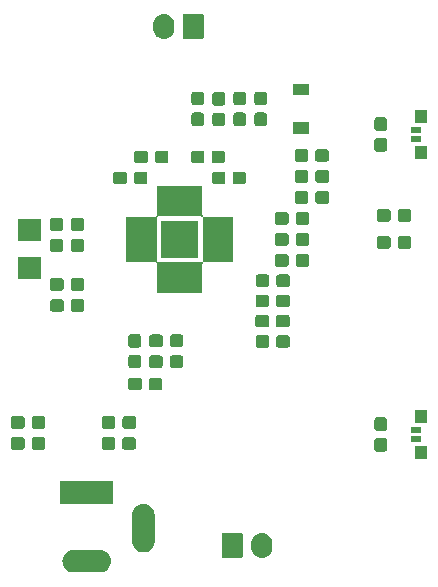
<source format=gbr>
G04 #@! TF.GenerationSoftware,KiCad,Pcbnew,(5.1.5)-2*
G04 #@! TF.CreationDate,2021-03-05T16:55:26-06:00*
G04 #@! TF.ProjectId,WirelessHeadsetPowerBoard,57697265-6c65-4737-9348-656164736574,rev?*
G04 #@! TF.SameCoordinates,Original*
G04 #@! TF.FileFunction,Soldermask,Top*
G04 #@! TF.FilePolarity,Negative*
%FSLAX46Y46*%
G04 Gerber Fmt 4.6, Leading zero omitted, Abs format (unit mm)*
G04 Created by KiCad (PCBNEW (5.1.5)-2) date 2021-03-05 16:55:26*
%MOMM*%
%LPD*%
G04 APERTURE LIST*
%ADD10C,0.100000*%
G04 APERTURE END LIST*
D10*
G36*
X142891425Y-162194260D02*
G01*
X142891428Y-162194261D01*
X142891429Y-162194261D01*
X143070693Y-162248640D01*
X143070696Y-162248642D01*
X143070697Y-162248642D01*
X143235903Y-162336946D01*
X143380712Y-162455788D01*
X143499554Y-162600597D01*
X143553102Y-162700779D01*
X143587860Y-162765807D01*
X143642239Y-162945071D01*
X143642240Y-162945075D01*
X143660601Y-163131500D01*
X143642240Y-163317925D01*
X143642239Y-163317928D01*
X143642239Y-163317929D01*
X143587860Y-163497193D01*
X143587858Y-163497196D01*
X143587858Y-163497197D01*
X143499554Y-163662403D01*
X143380712Y-163807212D01*
X143235903Y-163926054D01*
X143070697Y-164014358D01*
X143070693Y-164014360D01*
X142891429Y-164068739D01*
X142891428Y-164068739D01*
X142891425Y-164068740D01*
X142751718Y-164082500D01*
X140458282Y-164082500D01*
X140318575Y-164068740D01*
X140318572Y-164068739D01*
X140318571Y-164068739D01*
X140139307Y-164014360D01*
X140139303Y-164014358D01*
X139974097Y-163926054D01*
X139829288Y-163807212D01*
X139710446Y-163662403D01*
X139622142Y-163497197D01*
X139622142Y-163497196D01*
X139622140Y-163497193D01*
X139567761Y-163317929D01*
X139567761Y-163317928D01*
X139567760Y-163317925D01*
X139549399Y-163131500D01*
X139567760Y-162945075D01*
X139567761Y-162945071D01*
X139622140Y-162765807D01*
X139656898Y-162700779D01*
X139710446Y-162600597D01*
X139829288Y-162455788D01*
X139974097Y-162336946D01*
X140139303Y-162248642D01*
X140139304Y-162248642D01*
X140139307Y-162248640D01*
X140318571Y-162194261D01*
X140318572Y-162194261D01*
X140318575Y-162194260D01*
X140458282Y-162180500D01*
X142751718Y-162180500D01*
X142891425Y-162194260D01*
G37*
G36*
X156600626Y-160760037D02*
G01*
X156770465Y-160811557D01*
X156770467Y-160811558D01*
X156926989Y-160895221D01*
X157064186Y-161007814D01*
X157147448Y-161109271D01*
X157176778Y-161145009D01*
X157260443Y-161301534D01*
X157311963Y-161471373D01*
X157325000Y-161603742D01*
X157325000Y-161992257D01*
X157311963Y-162124626D01*
X157260443Y-162294466D01*
X157176778Y-162450991D01*
X157172841Y-162455788D01*
X157064186Y-162588186D01*
X156969250Y-162666097D01*
X156926991Y-162700778D01*
X156770466Y-162784443D01*
X156600627Y-162835963D01*
X156424000Y-162853359D01*
X156247374Y-162835963D01*
X156077535Y-162784443D01*
X155921010Y-162700778D01*
X155783815Y-162588185D01*
X155671222Y-162450991D01*
X155587557Y-162294466D01*
X155536037Y-162124627D01*
X155523000Y-161992258D01*
X155523000Y-161603743D01*
X155536037Y-161471374D01*
X155587557Y-161301535D01*
X155671222Y-161145010D01*
X155671223Y-161145009D01*
X155783814Y-161007814D01*
X155885271Y-160924552D01*
X155921009Y-160895222D01*
X156077534Y-160811557D01*
X156247373Y-160760037D01*
X156424000Y-160742641D01*
X156600626Y-160760037D01*
G37*
G36*
X154682600Y-160750989D02*
G01*
X154715652Y-160761015D01*
X154746103Y-160777292D01*
X154772799Y-160799201D01*
X154794708Y-160825897D01*
X154810985Y-160856348D01*
X154821011Y-160889400D01*
X154825000Y-160929903D01*
X154825000Y-162666097D01*
X154821011Y-162706600D01*
X154810985Y-162739652D01*
X154794708Y-162770103D01*
X154772799Y-162796799D01*
X154746103Y-162818708D01*
X154715652Y-162834985D01*
X154682600Y-162845011D01*
X154642097Y-162849000D01*
X153205903Y-162849000D01*
X153165400Y-162845011D01*
X153132348Y-162834985D01*
X153101897Y-162818708D01*
X153075201Y-162796799D01*
X153053292Y-162770103D01*
X153037015Y-162739652D01*
X153026989Y-162706600D01*
X153023000Y-162666097D01*
X153023000Y-160929903D01*
X153026989Y-160889400D01*
X153037015Y-160856348D01*
X153053292Y-160825897D01*
X153075201Y-160799201D01*
X153101897Y-160777292D01*
X153132348Y-160761015D01*
X153165400Y-160750989D01*
X153205903Y-160747000D01*
X154642097Y-160747000D01*
X154682600Y-160750989D01*
G37*
G36*
X146591424Y-158294260D02*
G01*
X146591427Y-158294261D01*
X146591428Y-158294261D01*
X146770692Y-158348640D01*
X146770695Y-158348642D01*
X146770696Y-158348642D01*
X146935903Y-158436946D01*
X147080712Y-158555788D01*
X147199554Y-158700597D01*
X147287858Y-158865803D01*
X147287860Y-158865807D01*
X147287860Y-158865808D01*
X147342240Y-159045075D01*
X147356000Y-159184782D01*
X147356000Y-161478218D01*
X147342240Y-161617925D01*
X147342239Y-161617928D01*
X147342239Y-161617929D01*
X147287860Y-161797193D01*
X147287858Y-161797196D01*
X147287858Y-161797197D01*
X147199554Y-161962403D01*
X147080712Y-162107212D01*
X146935903Y-162226054D01*
X146770697Y-162314358D01*
X146770693Y-162314360D01*
X146591429Y-162368739D01*
X146591428Y-162368739D01*
X146591425Y-162368740D01*
X146405000Y-162387101D01*
X146218576Y-162368740D01*
X146218573Y-162368739D01*
X146218572Y-162368739D01*
X146039308Y-162314360D01*
X146039304Y-162314358D01*
X145874098Y-162226054D01*
X145729289Y-162107212D01*
X145610447Y-161962403D01*
X145522143Y-161797197D01*
X145522143Y-161797196D01*
X145522141Y-161797193D01*
X145467762Y-161617929D01*
X145467762Y-161617928D01*
X145467761Y-161617925D01*
X145454001Y-161478218D01*
X145454000Y-159184783D01*
X145467760Y-159045076D01*
X145467761Y-159045072D01*
X145522140Y-158865808D01*
X145522143Y-158865803D01*
X145610446Y-158700597D01*
X145729288Y-158555788D01*
X145874097Y-158436946D01*
X146039303Y-158348642D01*
X146039304Y-158348642D01*
X146039307Y-158348640D01*
X146218571Y-158294261D01*
X146218572Y-158294261D01*
X146218575Y-158294260D01*
X146405000Y-158275899D01*
X146591424Y-158294260D01*
G37*
G36*
X143856000Y-158282500D02*
G01*
X139354000Y-158282500D01*
X139354000Y-156380500D01*
X143856000Y-156380500D01*
X143856000Y-158282500D01*
G37*
G36*
X170427000Y-154451000D02*
G01*
X169425000Y-154451000D01*
X169425000Y-153349000D01*
X170427000Y-153349000D01*
X170427000Y-154451000D01*
G37*
G36*
X166861499Y-152703445D02*
G01*
X166898995Y-152714820D01*
X166933554Y-152733292D01*
X166963847Y-152758153D01*
X166988708Y-152788446D01*
X167007180Y-152823005D01*
X167018555Y-152860501D01*
X167023000Y-152905638D01*
X167023000Y-153644362D01*
X167018555Y-153689499D01*
X167007180Y-153726995D01*
X166988708Y-153761554D01*
X166963847Y-153791847D01*
X166933554Y-153816708D01*
X166898995Y-153835180D01*
X166861499Y-153846555D01*
X166816362Y-153851000D01*
X166177638Y-153851000D01*
X166132501Y-153846555D01*
X166095005Y-153835180D01*
X166060446Y-153816708D01*
X166030153Y-153791847D01*
X166005292Y-153761554D01*
X165986820Y-153726995D01*
X165975445Y-153689499D01*
X165971000Y-153644362D01*
X165971000Y-152905638D01*
X165975445Y-152860501D01*
X165986820Y-152823005D01*
X166005292Y-152788446D01*
X166030153Y-152758153D01*
X166060446Y-152733292D01*
X166095005Y-152714820D01*
X166132501Y-152703445D01*
X166177638Y-152699000D01*
X166816362Y-152699000D01*
X166861499Y-152703445D01*
G37*
G36*
X143860999Y-152640445D02*
G01*
X143898495Y-152651820D01*
X143933054Y-152670292D01*
X143963347Y-152695153D01*
X143988208Y-152725446D01*
X144006680Y-152760005D01*
X144018055Y-152797501D01*
X144022500Y-152842638D01*
X144022500Y-153481362D01*
X144018055Y-153526499D01*
X144006680Y-153563995D01*
X143988208Y-153598554D01*
X143963347Y-153628847D01*
X143933054Y-153653708D01*
X143898495Y-153672180D01*
X143860999Y-153683555D01*
X143815862Y-153688000D01*
X143077138Y-153688000D01*
X143032001Y-153683555D01*
X142994505Y-153672180D01*
X142959946Y-153653708D01*
X142929653Y-153628847D01*
X142904792Y-153598554D01*
X142886320Y-153563995D01*
X142874945Y-153526499D01*
X142870500Y-153481362D01*
X142870500Y-152842638D01*
X142874945Y-152797501D01*
X142886320Y-152760005D01*
X142904792Y-152725446D01*
X142929653Y-152695153D01*
X142959946Y-152670292D01*
X142994505Y-152651820D01*
X143032001Y-152640445D01*
X143077138Y-152636000D01*
X143815862Y-152636000D01*
X143860999Y-152640445D01*
G37*
G36*
X137941499Y-152640445D02*
G01*
X137978995Y-152651820D01*
X138013554Y-152670292D01*
X138043847Y-152695153D01*
X138068708Y-152725446D01*
X138087180Y-152760005D01*
X138098555Y-152797501D01*
X138103000Y-152842638D01*
X138103000Y-153481362D01*
X138098555Y-153526499D01*
X138087180Y-153563995D01*
X138068708Y-153598554D01*
X138043847Y-153628847D01*
X138013554Y-153653708D01*
X137978995Y-153672180D01*
X137941499Y-153683555D01*
X137896362Y-153688000D01*
X137157638Y-153688000D01*
X137112501Y-153683555D01*
X137075005Y-153672180D01*
X137040446Y-153653708D01*
X137010153Y-153628847D01*
X136985292Y-153598554D01*
X136966820Y-153563995D01*
X136955445Y-153526499D01*
X136951000Y-153481362D01*
X136951000Y-152842638D01*
X136955445Y-152797501D01*
X136966820Y-152760005D01*
X136985292Y-152725446D01*
X137010153Y-152695153D01*
X137040446Y-152670292D01*
X137075005Y-152651820D01*
X137112501Y-152640445D01*
X137157638Y-152636000D01*
X137896362Y-152636000D01*
X137941499Y-152640445D01*
G37*
G36*
X136191499Y-152640445D02*
G01*
X136228995Y-152651820D01*
X136263554Y-152670292D01*
X136293847Y-152695153D01*
X136318708Y-152725446D01*
X136337180Y-152760005D01*
X136348555Y-152797501D01*
X136353000Y-152842638D01*
X136353000Y-153481362D01*
X136348555Y-153526499D01*
X136337180Y-153563995D01*
X136318708Y-153598554D01*
X136293847Y-153628847D01*
X136263554Y-153653708D01*
X136228995Y-153672180D01*
X136191499Y-153683555D01*
X136146362Y-153688000D01*
X135407638Y-153688000D01*
X135362501Y-153683555D01*
X135325005Y-153672180D01*
X135290446Y-153653708D01*
X135260153Y-153628847D01*
X135235292Y-153598554D01*
X135216820Y-153563995D01*
X135205445Y-153526499D01*
X135201000Y-153481362D01*
X135201000Y-152842638D01*
X135205445Y-152797501D01*
X135216820Y-152760005D01*
X135235292Y-152725446D01*
X135260153Y-152695153D01*
X135290446Y-152670292D01*
X135325005Y-152651820D01*
X135362501Y-152640445D01*
X135407638Y-152636000D01*
X136146362Y-152636000D01*
X136191499Y-152640445D01*
G37*
G36*
X145610999Y-152640445D02*
G01*
X145648495Y-152651820D01*
X145683054Y-152670292D01*
X145713347Y-152695153D01*
X145738208Y-152725446D01*
X145756680Y-152760005D01*
X145768055Y-152797501D01*
X145772500Y-152842638D01*
X145772500Y-153481362D01*
X145768055Y-153526499D01*
X145756680Y-153563995D01*
X145738208Y-153598554D01*
X145713347Y-153628847D01*
X145683054Y-153653708D01*
X145648495Y-153672180D01*
X145610999Y-153683555D01*
X145565862Y-153688000D01*
X144827138Y-153688000D01*
X144782001Y-153683555D01*
X144744505Y-153672180D01*
X144709946Y-153653708D01*
X144679653Y-153628847D01*
X144654792Y-153598554D01*
X144636320Y-153563995D01*
X144624945Y-153526499D01*
X144620500Y-153481362D01*
X144620500Y-152842638D01*
X144624945Y-152797501D01*
X144636320Y-152760005D01*
X144654792Y-152725446D01*
X144679653Y-152695153D01*
X144709946Y-152670292D01*
X144744505Y-152651820D01*
X144782001Y-152640445D01*
X144827138Y-152636000D01*
X145565862Y-152636000D01*
X145610999Y-152640445D01*
G37*
G36*
X169927000Y-153051000D02*
G01*
X169025000Y-153051000D01*
X169025000Y-152549000D01*
X169927000Y-152549000D01*
X169927000Y-153051000D01*
G37*
G36*
X169927000Y-152251000D02*
G01*
X169025000Y-152251000D01*
X169025000Y-151749000D01*
X169927000Y-151749000D01*
X169927000Y-152251000D01*
G37*
G36*
X166861499Y-150953445D02*
G01*
X166898995Y-150964820D01*
X166933554Y-150983292D01*
X166963847Y-151008153D01*
X166988708Y-151038446D01*
X167007180Y-151073005D01*
X167018555Y-151110501D01*
X167023000Y-151155638D01*
X167023000Y-151894362D01*
X167018555Y-151939499D01*
X167007180Y-151976995D01*
X166988708Y-152011554D01*
X166963847Y-152041847D01*
X166933554Y-152066708D01*
X166898995Y-152085180D01*
X166861499Y-152096555D01*
X166816362Y-152101000D01*
X166177638Y-152101000D01*
X166132501Y-152096555D01*
X166095005Y-152085180D01*
X166060446Y-152066708D01*
X166030153Y-152041847D01*
X166005292Y-152011554D01*
X165986820Y-151976995D01*
X165975445Y-151939499D01*
X165971000Y-151894362D01*
X165971000Y-151155638D01*
X165975445Y-151110501D01*
X165986820Y-151073005D01*
X166005292Y-151038446D01*
X166030153Y-151008153D01*
X166060446Y-150983292D01*
X166095005Y-150964820D01*
X166132501Y-150953445D01*
X166177638Y-150949000D01*
X166816362Y-150949000D01*
X166861499Y-150953445D01*
G37*
G36*
X136191499Y-150862445D02*
G01*
X136228995Y-150873820D01*
X136263554Y-150892292D01*
X136293847Y-150917153D01*
X136318708Y-150947446D01*
X136337180Y-150982005D01*
X136348555Y-151019501D01*
X136353000Y-151064638D01*
X136353000Y-151703362D01*
X136348555Y-151748499D01*
X136337180Y-151785995D01*
X136318708Y-151820554D01*
X136293847Y-151850847D01*
X136263554Y-151875708D01*
X136228995Y-151894180D01*
X136191499Y-151905555D01*
X136146362Y-151910000D01*
X135407638Y-151910000D01*
X135362501Y-151905555D01*
X135325005Y-151894180D01*
X135290446Y-151875708D01*
X135260153Y-151850847D01*
X135235292Y-151820554D01*
X135216820Y-151785995D01*
X135205445Y-151748499D01*
X135201000Y-151703362D01*
X135201000Y-151064638D01*
X135205445Y-151019501D01*
X135216820Y-150982005D01*
X135235292Y-150947446D01*
X135260153Y-150917153D01*
X135290446Y-150892292D01*
X135325005Y-150873820D01*
X135362501Y-150862445D01*
X135407638Y-150858000D01*
X136146362Y-150858000D01*
X136191499Y-150862445D01*
G37*
G36*
X137941499Y-150862445D02*
G01*
X137978995Y-150873820D01*
X138013554Y-150892292D01*
X138043847Y-150917153D01*
X138068708Y-150947446D01*
X138087180Y-150982005D01*
X138098555Y-151019501D01*
X138103000Y-151064638D01*
X138103000Y-151703362D01*
X138098555Y-151748499D01*
X138087180Y-151785995D01*
X138068708Y-151820554D01*
X138043847Y-151850847D01*
X138013554Y-151875708D01*
X137978995Y-151894180D01*
X137941499Y-151905555D01*
X137896362Y-151910000D01*
X137157638Y-151910000D01*
X137112501Y-151905555D01*
X137075005Y-151894180D01*
X137040446Y-151875708D01*
X137010153Y-151850847D01*
X136985292Y-151820554D01*
X136966820Y-151785995D01*
X136955445Y-151748499D01*
X136951000Y-151703362D01*
X136951000Y-151064638D01*
X136955445Y-151019501D01*
X136966820Y-150982005D01*
X136985292Y-150947446D01*
X137010153Y-150917153D01*
X137040446Y-150892292D01*
X137075005Y-150873820D01*
X137112501Y-150862445D01*
X137157638Y-150858000D01*
X137896362Y-150858000D01*
X137941499Y-150862445D01*
G37*
G36*
X145624999Y-150862445D02*
G01*
X145662495Y-150873820D01*
X145697054Y-150892292D01*
X145727347Y-150917153D01*
X145752208Y-150947446D01*
X145770680Y-150982005D01*
X145782055Y-151019501D01*
X145786500Y-151064638D01*
X145786500Y-151703362D01*
X145782055Y-151748499D01*
X145770680Y-151785995D01*
X145752208Y-151820554D01*
X145727347Y-151850847D01*
X145697054Y-151875708D01*
X145662495Y-151894180D01*
X145624999Y-151905555D01*
X145579862Y-151910000D01*
X144841138Y-151910000D01*
X144796001Y-151905555D01*
X144758505Y-151894180D01*
X144723946Y-151875708D01*
X144693653Y-151850847D01*
X144668792Y-151820554D01*
X144650320Y-151785995D01*
X144638945Y-151748499D01*
X144634500Y-151703362D01*
X144634500Y-151064638D01*
X144638945Y-151019501D01*
X144650320Y-150982005D01*
X144668792Y-150947446D01*
X144693653Y-150917153D01*
X144723946Y-150892292D01*
X144758505Y-150873820D01*
X144796001Y-150862445D01*
X144841138Y-150858000D01*
X145579862Y-150858000D01*
X145624999Y-150862445D01*
G37*
G36*
X143874999Y-150862445D02*
G01*
X143912495Y-150873820D01*
X143947054Y-150892292D01*
X143977347Y-150917153D01*
X144002208Y-150947446D01*
X144020680Y-150982005D01*
X144032055Y-151019501D01*
X144036500Y-151064638D01*
X144036500Y-151703362D01*
X144032055Y-151748499D01*
X144020680Y-151785995D01*
X144002208Y-151820554D01*
X143977347Y-151850847D01*
X143947054Y-151875708D01*
X143912495Y-151894180D01*
X143874999Y-151905555D01*
X143829862Y-151910000D01*
X143091138Y-151910000D01*
X143046001Y-151905555D01*
X143008505Y-151894180D01*
X142973946Y-151875708D01*
X142943653Y-151850847D01*
X142918792Y-151820554D01*
X142900320Y-151785995D01*
X142888945Y-151748499D01*
X142884500Y-151703362D01*
X142884500Y-151064638D01*
X142888945Y-151019501D01*
X142900320Y-150982005D01*
X142918792Y-150947446D01*
X142943653Y-150917153D01*
X142973946Y-150892292D01*
X143008505Y-150873820D01*
X143046001Y-150862445D01*
X143091138Y-150858000D01*
X143829862Y-150858000D01*
X143874999Y-150862445D01*
G37*
G36*
X170427000Y-151451000D02*
G01*
X169425000Y-151451000D01*
X169425000Y-150349000D01*
X170427000Y-150349000D01*
X170427000Y-151451000D01*
G37*
G36*
X147861499Y-147623945D02*
G01*
X147898995Y-147635320D01*
X147933554Y-147653792D01*
X147963847Y-147678653D01*
X147988708Y-147708946D01*
X148007180Y-147743505D01*
X148018555Y-147781001D01*
X148023000Y-147826138D01*
X148023000Y-148464862D01*
X148018555Y-148509999D01*
X148007180Y-148547495D01*
X147988708Y-148582054D01*
X147963847Y-148612347D01*
X147933554Y-148637208D01*
X147898995Y-148655680D01*
X147861499Y-148667055D01*
X147816362Y-148671500D01*
X147077638Y-148671500D01*
X147032501Y-148667055D01*
X146995005Y-148655680D01*
X146960446Y-148637208D01*
X146930153Y-148612347D01*
X146905292Y-148582054D01*
X146886820Y-148547495D01*
X146875445Y-148509999D01*
X146871000Y-148464862D01*
X146871000Y-147826138D01*
X146875445Y-147781001D01*
X146886820Y-147743505D01*
X146905292Y-147708946D01*
X146930153Y-147678653D01*
X146960446Y-147653792D01*
X146995005Y-147635320D01*
X147032501Y-147623945D01*
X147077638Y-147619500D01*
X147816362Y-147619500D01*
X147861499Y-147623945D01*
G37*
G36*
X146111499Y-147623945D02*
G01*
X146148995Y-147635320D01*
X146183554Y-147653792D01*
X146213847Y-147678653D01*
X146238708Y-147708946D01*
X146257180Y-147743505D01*
X146268555Y-147781001D01*
X146273000Y-147826138D01*
X146273000Y-148464862D01*
X146268555Y-148509999D01*
X146257180Y-148547495D01*
X146238708Y-148582054D01*
X146213847Y-148612347D01*
X146183554Y-148637208D01*
X146148995Y-148655680D01*
X146111499Y-148667055D01*
X146066362Y-148671500D01*
X145327638Y-148671500D01*
X145282501Y-148667055D01*
X145245005Y-148655680D01*
X145210446Y-148637208D01*
X145180153Y-148612347D01*
X145155292Y-148582054D01*
X145136820Y-148547495D01*
X145125445Y-148509999D01*
X145121000Y-148464862D01*
X145121000Y-147826138D01*
X145125445Y-147781001D01*
X145136820Y-147743505D01*
X145155292Y-147708946D01*
X145180153Y-147678653D01*
X145210446Y-147653792D01*
X145245005Y-147635320D01*
X145282501Y-147623945D01*
X145327638Y-147619500D01*
X146066362Y-147619500D01*
X146111499Y-147623945D01*
G37*
G36*
X146033499Y-145654945D02*
G01*
X146070995Y-145666320D01*
X146105554Y-145684792D01*
X146135847Y-145709653D01*
X146160708Y-145739946D01*
X146179180Y-145774505D01*
X146190555Y-145812001D01*
X146195000Y-145857138D01*
X146195000Y-146595862D01*
X146190555Y-146640999D01*
X146179180Y-146678495D01*
X146160708Y-146713054D01*
X146135847Y-146743347D01*
X146105554Y-146768208D01*
X146070995Y-146786680D01*
X146033499Y-146798055D01*
X145988362Y-146802500D01*
X145349638Y-146802500D01*
X145304501Y-146798055D01*
X145267005Y-146786680D01*
X145232446Y-146768208D01*
X145202153Y-146743347D01*
X145177292Y-146713054D01*
X145158820Y-146678495D01*
X145147445Y-146640999D01*
X145143000Y-146595862D01*
X145143000Y-145857138D01*
X145147445Y-145812001D01*
X145158820Y-145774505D01*
X145177292Y-145739946D01*
X145202153Y-145709653D01*
X145232446Y-145684792D01*
X145267005Y-145666320D01*
X145304501Y-145654945D01*
X145349638Y-145650500D01*
X145988362Y-145650500D01*
X146033499Y-145654945D01*
G37*
G36*
X149625499Y-145718945D02*
G01*
X149662995Y-145730320D01*
X149697554Y-145748792D01*
X149727847Y-145773653D01*
X149752708Y-145803946D01*
X149771180Y-145838505D01*
X149782555Y-145876001D01*
X149787000Y-145921138D01*
X149787000Y-146559862D01*
X149782555Y-146604999D01*
X149771180Y-146642495D01*
X149752708Y-146677054D01*
X149727847Y-146707347D01*
X149697554Y-146732208D01*
X149662995Y-146750680D01*
X149625499Y-146762055D01*
X149580362Y-146766500D01*
X148841638Y-146766500D01*
X148796501Y-146762055D01*
X148759005Y-146750680D01*
X148724446Y-146732208D01*
X148694153Y-146707347D01*
X148669292Y-146677054D01*
X148650820Y-146642495D01*
X148639445Y-146604999D01*
X148635000Y-146559862D01*
X148635000Y-145921138D01*
X148639445Y-145876001D01*
X148650820Y-145838505D01*
X148669292Y-145803946D01*
X148694153Y-145773653D01*
X148724446Y-145748792D01*
X148759005Y-145730320D01*
X148796501Y-145718945D01*
X148841638Y-145714500D01*
X149580362Y-145714500D01*
X149625499Y-145718945D01*
G37*
G36*
X147875499Y-145718945D02*
G01*
X147912995Y-145730320D01*
X147947554Y-145748792D01*
X147977847Y-145773653D01*
X148002708Y-145803946D01*
X148021180Y-145838505D01*
X148032555Y-145876001D01*
X148037000Y-145921138D01*
X148037000Y-146559862D01*
X148032555Y-146604999D01*
X148021180Y-146642495D01*
X148002708Y-146677054D01*
X147977847Y-146707347D01*
X147947554Y-146732208D01*
X147912995Y-146750680D01*
X147875499Y-146762055D01*
X147830362Y-146766500D01*
X147091638Y-146766500D01*
X147046501Y-146762055D01*
X147009005Y-146750680D01*
X146974446Y-146732208D01*
X146944153Y-146707347D01*
X146919292Y-146677054D01*
X146900820Y-146642495D01*
X146889445Y-146604999D01*
X146885000Y-146559862D01*
X146885000Y-145921138D01*
X146889445Y-145876001D01*
X146900820Y-145838505D01*
X146919292Y-145803946D01*
X146944153Y-145773653D01*
X146974446Y-145748792D01*
X147009005Y-145730320D01*
X147046501Y-145718945D01*
X147091638Y-145714500D01*
X147830362Y-145714500D01*
X147875499Y-145718945D01*
G37*
G36*
X146033499Y-143904945D02*
G01*
X146070995Y-143916320D01*
X146105554Y-143934792D01*
X146135847Y-143959653D01*
X146160708Y-143989946D01*
X146179180Y-144024505D01*
X146190555Y-144062001D01*
X146195000Y-144107138D01*
X146195000Y-144845862D01*
X146190555Y-144890999D01*
X146179180Y-144928495D01*
X146160708Y-144963054D01*
X146135847Y-144993347D01*
X146105554Y-145018208D01*
X146070995Y-145036680D01*
X146033499Y-145048055D01*
X145988362Y-145052500D01*
X145349638Y-145052500D01*
X145304501Y-145048055D01*
X145267005Y-145036680D01*
X145232446Y-145018208D01*
X145202153Y-144993347D01*
X145177292Y-144963054D01*
X145158820Y-144928495D01*
X145147445Y-144890999D01*
X145143000Y-144845862D01*
X145143000Y-144107138D01*
X145147445Y-144062001D01*
X145158820Y-144024505D01*
X145177292Y-143989946D01*
X145202153Y-143959653D01*
X145232446Y-143934792D01*
X145267005Y-143916320D01*
X145304501Y-143904945D01*
X145349638Y-143900500D01*
X145988362Y-143900500D01*
X146033499Y-143904945D01*
G37*
G36*
X158642499Y-144004445D02*
G01*
X158679995Y-144015820D01*
X158714554Y-144034292D01*
X158744847Y-144059153D01*
X158769708Y-144089446D01*
X158788180Y-144124005D01*
X158799555Y-144161501D01*
X158804000Y-144206638D01*
X158804000Y-144845362D01*
X158799555Y-144890499D01*
X158788180Y-144927995D01*
X158769708Y-144962554D01*
X158744847Y-144992847D01*
X158714554Y-145017708D01*
X158679995Y-145036180D01*
X158642499Y-145047555D01*
X158597362Y-145052000D01*
X157858638Y-145052000D01*
X157813501Y-145047555D01*
X157776005Y-145036180D01*
X157741446Y-145017708D01*
X157711153Y-144992847D01*
X157686292Y-144962554D01*
X157667820Y-144927995D01*
X157656445Y-144890499D01*
X157652000Y-144845362D01*
X157652000Y-144206638D01*
X157656445Y-144161501D01*
X157667820Y-144124005D01*
X157686292Y-144089446D01*
X157711153Y-144059153D01*
X157741446Y-144034292D01*
X157776005Y-144015820D01*
X157813501Y-144004445D01*
X157858638Y-144000000D01*
X158597362Y-144000000D01*
X158642499Y-144004445D01*
G37*
G36*
X156892499Y-144004445D02*
G01*
X156929995Y-144015820D01*
X156964554Y-144034292D01*
X156994847Y-144059153D01*
X157019708Y-144089446D01*
X157038180Y-144124005D01*
X157049555Y-144161501D01*
X157054000Y-144206638D01*
X157054000Y-144845362D01*
X157049555Y-144890499D01*
X157038180Y-144927995D01*
X157019708Y-144962554D01*
X156994847Y-144992847D01*
X156964554Y-145017708D01*
X156929995Y-145036180D01*
X156892499Y-145047555D01*
X156847362Y-145052000D01*
X156108638Y-145052000D01*
X156063501Y-145047555D01*
X156026005Y-145036180D01*
X155991446Y-145017708D01*
X155961153Y-144992847D01*
X155936292Y-144962554D01*
X155917820Y-144927995D01*
X155906445Y-144890499D01*
X155902000Y-144845362D01*
X155902000Y-144206638D01*
X155906445Y-144161501D01*
X155917820Y-144124005D01*
X155936292Y-144089446D01*
X155961153Y-144059153D01*
X155991446Y-144034292D01*
X156026005Y-144015820D01*
X156063501Y-144004445D01*
X156108638Y-144000000D01*
X156847362Y-144000000D01*
X156892499Y-144004445D01*
G37*
G36*
X149639499Y-143940945D02*
G01*
X149676995Y-143952320D01*
X149711554Y-143970792D01*
X149741847Y-143995653D01*
X149766708Y-144025946D01*
X149785180Y-144060505D01*
X149796555Y-144098001D01*
X149801000Y-144143138D01*
X149801000Y-144781862D01*
X149796555Y-144826999D01*
X149785180Y-144864495D01*
X149766708Y-144899054D01*
X149741847Y-144929347D01*
X149711554Y-144954208D01*
X149676995Y-144972680D01*
X149639499Y-144984055D01*
X149594362Y-144988500D01*
X148855638Y-144988500D01*
X148810501Y-144984055D01*
X148773005Y-144972680D01*
X148738446Y-144954208D01*
X148708153Y-144929347D01*
X148683292Y-144899054D01*
X148664820Y-144864495D01*
X148653445Y-144826999D01*
X148649000Y-144781862D01*
X148649000Y-144143138D01*
X148653445Y-144098001D01*
X148664820Y-144060505D01*
X148683292Y-144025946D01*
X148708153Y-143995653D01*
X148738446Y-143970792D01*
X148773005Y-143952320D01*
X148810501Y-143940945D01*
X148855638Y-143936500D01*
X149594362Y-143936500D01*
X149639499Y-143940945D01*
G37*
G36*
X147889499Y-143940945D02*
G01*
X147926995Y-143952320D01*
X147961554Y-143970792D01*
X147991847Y-143995653D01*
X148016708Y-144025946D01*
X148035180Y-144060505D01*
X148046555Y-144098001D01*
X148051000Y-144143138D01*
X148051000Y-144781862D01*
X148046555Y-144826999D01*
X148035180Y-144864495D01*
X148016708Y-144899054D01*
X147991847Y-144929347D01*
X147961554Y-144954208D01*
X147926995Y-144972680D01*
X147889499Y-144984055D01*
X147844362Y-144988500D01*
X147105638Y-144988500D01*
X147060501Y-144984055D01*
X147023005Y-144972680D01*
X146988446Y-144954208D01*
X146958153Y-144929347D01*
X146933292Y-144899054D01*
X146914820Y-144864495D01*
X146903445Y-144826999D01*
X146899000Y-144781862D01*
X146899000Y-144143138D01*
X146903445Y-144098001D01*
X146914820Y-144060505D01*
X146933292Y-144025946D01*
X146958153Y-143995653D01*
X146988446Y-143970792D01*
X147023005Y-143952320D01*
X147060501Y-143940945D01*
X147105638Y-143936500D01*
X147844362Y-143936500D01*
X147889499Y-143940945D01*
G37*
G36*
X158628499Y-142289945D02*
G01*
X158665995Y-142301320D01*
X158700554Y-142319792D01*
X158730847Y-142344653D01*
X158755708Y-142374946D01*
X158774180Y-142409505D01*
X158785555Y-142447001D01*
X158790000Y-142492138D01*
X158790000Y-143130862D01*
X158785555Y-143175999D01*
X158774180Y-143213495D01*
X158755708Y-143248054D01*
X158730847Y-143278347D01*
X158700554Y-143303208D01*
X158665995Y-143321680D01*
X158628499Y-143333055D01*
X158583362Y-143337500D01*
X157844638Y-143337500D01*
X157799501Y-143333055D01*
X157762005Y-143321680D01*
X157727446Y-143303208D01*
X157697153Y-143278347D01*
X157672292Y-143248054D01*
X157653820Y-143213495D01*
X157642445Y-143175999D01*
X157638000Y-143130862D01*
X157638000Y-142492138D01*
X157642445Y-142447001D01*
X157653820Y-142409505D01*
X157672292Y-142374946D01*
X157697153Y-142344653D01*
X157727446Y-142319792D01*
X157762005Y-142301320D01*
X157799501Y-142289945D01*
X157844638Y-142285500D01*
X158583362Y-142285500D01*
X158628499Y-142289945D01*
G37*
G36*
X156878499Y-142289945D02*
G01*
X156915995Y-142301320D01*
X156950554Y-142319792D01*
X156980847Y-142344653D01*
X157005708Y-142374946D01*
X157024180Y-142409505D01*
X157035555Y-142447001D01*
X157040000Y-142492138D01*
X157040000Y-143130862D01*
X157035555Y-143175999D01*
X157024180Y-143213495D01*
X157005708Y-143248054D01*
X156980847Y-143278347D01*
X156950554Y-143303208D01*
X156915995Y-143321680D01*
X156878499Y-143333055D01*
X156833362Y-143337500D01*
X156094638Y-143337500D01*
X156049501Y-143333055D01*
X156012005Y-143321680D01*
X155977446Y-143303208D01*
X155947153Y-143278347D01*
X155922292Y-143248054D01*
X155903820Y-143213495D01*
X155892445Y-143175999D01*
X155888000Y-143130862D01*
X155888000Y-142492138D01*
X155892445Y-142447001D01*
X155903820Y-142409505D01*
X155922292Y-142374946D01*
X155947153Y-142344653D01*
X155977446Y-142319792D01*
X156012005Y-142301320D01*
X156049501Y-142289945D01*
X156094638Y-142285500D01*
X156833362Y-142285500D01*
X156878499Y-142289945D01*
G37*
G36*
X141257499Y-140956445D02*
G01*
X141294995Y-140967820D01*
X141329554Y-140986292D01*
X141359847Y-141011153D01*
X141384708Y-141041446D01*
X141403180Y-141076005D01*
X141414555Y-141113501D01*
X141419000Y-141158638D01*
X141419000Y-141797362D01*
X141414555Y-141842499D01*
X141403180Y-141879995D01*
X141384708Y-141914554D01*
X141359847Y-141944847D01*
X141329554Y-141969708D01*
X141294995Y-141988180D01*
X141257499Y-141999555D01*
X141212362Y-142004000D01*
X140473638Y-142004000D01*
X140428501Y-141999555D01*
X140391005Y-141988180D01*
X140356446Y-141969708D01*
X140326153Y-141944847D01*
X140301292Y-141914554D01*
X140282820Y-141879995D01*
X140271445Y-141842499D01*
X140267000Y-141797362D01*
X140267000Y-141158638D01*
X140271445Y-141113501D01*
X140282820Y-141076005D01*
X140301292Y-141041446D01*
X140326153Y-141011153D01*
X140356446Y-140986292D01*
X140391005Y-140967820D01*
X140428501Y-140956445D01*
X140473638Y-140952000D01*
X141212362Y-140952000D01*
X141257499Y-140956445D01*
G37*
G36*
X139507499Y-140956445D02*
G01*
X139544995Y-140967820D01*
X139579554Y-140986292D01*
X139609847Y-141011153D01*
X139634708Y-141041446D01*
X139653180Y-141076005D01*
X139664555Y-141113501D01*
X139669000Y-141158638D01*
X139669000Y-141797362D01*
X139664555Y-141842499D01*
X139653180Y-141879995D01*
X139634708Y-141914554D01*
X139609847Y-141944847D01*
X139579554Y-141969708D01*
X139544995Y-141988180D01*
X139507499Y-141999555D01*
X139462362Y-142004000D01*
X138723638Y-142004000D01*
X138678501Y-141999555D01*
X138641005Y-141988180D01*
X138606446Y-141969708D01*
X138576153Y-141944847D01*
X138551292Y-141914554D01*
X138532820Y-141879995D01*
X138521445Y-141842499D01*
X138517000Y-141797362D01*
X138517000Y-141158638D01*
X138521445Y-141113501D01*
X138532820Y-141076005D01*
X138551292Y-141041446D01*
X138576153Y-141011153D01*
X138606446Y-140986292D01*
X138641005Y-140967820D01*
X138678501Y-140956445D01*
X138723638Y-140952000D01*
X139462362Y-140952000D01*
X139507499Y-140956445D01*
G37*
G36*
X156892499Y-140575445D02*
G01*
X156929995Y-140586820D01*
X156964554Y-140605292D01*
X156994847Y-140630153D01*
X157019708Y-140660446D01*
X157038180Y-140695005D01*
X157049555Y-140732501D01*
X157054000Y-140777638D01*
X157054000Y-141416362D01*
X157049555Y-141461499D01*
X157038180Y-141498995D01*
X157019708Y-141533554D01*
X156994847Y-141563847D01*
X156964554Y-141588708D01*
X156929995Y-141607180D01*
X156892499Y-141618555D01*
X156847362Y-141623000D01*
X156108638Y-141623000D01*
X156063501Y-141618555D01*
X156026005Y-141607180D01*
X155991446Y-141588708D01*
X155961153Y-141563847D01*
X155936292Y-141533554D01*
X155917820Y-141498995D01*
X155906445Y-141461499D01*
X155902000Y-141416362D01*
X155902000Y-140777638D01*
X155906445Y-140732501D01*
X155917820Y-140695005D01*
X155936292Y-140660446D01*
X155961153Y-140630153D01*
X155991446Y-140605292D01*
X156026005Y-140586820D01*
X156063501Y-140575445D01*
X156108638Y-140571000D01*
X156847362Y-140571000D01*
X156892499Y-140575445D01*
G37*
G36*
X158642499Y-140575445D02*
G01*
X158679995Y-140586820D01*
X158714554Y-140605292D01*
X158744847Y-140630153D01*
X158769708Y-140660446D01*
X158788180Y-140695005D01*
X158799555Y-140732501D01*
X158804000Y-140777638D01*
X158804000Y-141416362D01*
X158799555Y-141461499D01*
X158788180Y-141498995D01*
X158769708Y-141533554D01*
X158744847Y-141563847D01*
X158714554Y-141588708D01*
X158679995Y-141607180D01*
X158642499Y-141618555D01*
X158597362Y-141623000D01*
X157858638Y-141623000D01*
X157813501Y-141618555D01*
X157776005Y-141607180D01*
X157741446Y-141588708D01*
X157711153Y-141563847D01*
X157686292Y-141533554D01*
X157667820Y-141498995D01*
X157656445Y-141461499D01*
X157652000Y-141416362D01*
X157652000Y-140777638D01*
X157656445Y-140732501D01*
X157667820Y-140695005D01*
X157686292Y-140660446D01*
X157711153Y-140630153D01*
X157741446Y-140605292D01*
X157776005Y-140586820D01*
X157813501Y-140575445D01*
X157858638Y-140571000D01*
X158597362Y-140571000D01*
X158642499Y-140575445D01*
G37*
G36*
X151410000Y-133834001D02*
G01*
X151412402Y-133858387D01*
X151419515Y-133881836D01*
X151431066Y-133903447D01*
X151446611Y-133922389D01*
X151465553Y-133937934D01*
X151487164Y-133949485D01*
X151510613Y-133956598D01*
X151534999Y-133959000D01*
X154030000Y-133959000D01*
X154030000Y-137821000D01*
X151534999Y-137821000D01*
X151510613Y-137823402D01*
X151487164Y-137830515D01*
X151465553Y-137842066D01*
X151446611Y-137857611D01*
X151431066Y-137876553D01*
X151419515Y-137898164D01*
X151412402Y-137921613D01*
X151410000Y-137945999D01*
X151410000Y-140441000D01*
X147548000Y-140441000D01*
X147548000Y-137945999D01*
X147545598Y-137921613D01*
X147538485Y-137898164D01*
X147526934Y-137876553D01*
X147511389Y-137857611D01*
X147492447Y-137842066D01*
X147470836Y-137830515D01*
X147447387Y-137823402D01*
X147423001Y-137821000D01*
X144928000Y-137821000D01*
X144928000Y-134065999D01*
X147530000Y-134065999D01*
X147530000Y-137714001D01*
X147532402Y-137738387D01*
X147539515Y-137761836D01*
X147551066Y-137783447D01*
X147566611Y-137802389D01*
X147585553Y-137817934D01*
X147607164Y-137829485D01*
X147630613Y-137836598D01*
X147654999Y-137839000D01*
X151303001Y-137839000D01*
X151327387Y-137836598D01*
X151350836Y-137829485D01*
X151372447Y-137817934D01*
X151391389Y-137802389D01*
X151406934Y-137783447D01*
X151418485Y-137761836D01*
X151425598Y-137738387D01*
X151428000Y-137714001D01*
X151428000Y-134065999D01*
X151425598Y-134041613D01*
X151418485Y-134018164D01*
X151406934Y-133996553D01*
X151391389Y-133977611D01*
X151372447Y-133962066D01*
X151350836Y-133950515D01*
X151327387Y-133943402D01*
X151303001Y-133941000D01*
X147654999Y-133941000D01*
X147630613Y-133943402D01*
X147607164Y-133950515D01*
X147585553Y-133962066D01*
X147566611Y-133977611D01*
X147551066Y-133996553D01*
X147539515Y-134018164D01*
X147532402Y-134041613D01*
X147530000Y-134065999D01*
X144928000Y-134065999D01*
X144928000Y-133959000D01*
X147423001Y-133959000D01*
X147447387Y-133956598D01*
X147470836Y-133949485D01*
X147492447Y-133937934D01*
X147511389Y-133922389D01*
X147526934Y-133903447D01*
X147538485Y-133881836D01*
X147545598Y-133858387D01*
X147548000Y-133834001D01*
X147548000Y-131339000D01*
X151410000Y-131339000D01*
X151410000Y-133834001D01*
G37*
G36*
X151030000Y-137441000D02*
G01*
X147928000Y-137441000D01*
X147928000Y-134339000D01*
X151030000Y-134339000D01*
X151030000Y-137441000D01*
G37*
G36*
X141243499Y-139178445D02*
G01*
X141280995Y-139189820D01*
X141315554Y-139208292D01*
X141345847Y-139233153D01*
X141370708Y-139263446D01*
X141389180Y-139298005D01*
X141400555Y-139335501D01*
X141405000Y-139380638D01*
X141405000Y-140019362D01*
X141400555Y-140064499D01*
X141389180Y-140101995D01*
X141370708Y-140136554D01*
X141345847Y-140166847D01*
X141315554Y-140191708D01*
X141280995Y-140210180D01*
X141243499Y-140221555D01*
X141198362Y-140226000D01*
X140459638Y-140226000D01*
X140414501Y-140221555D01*
X140377005Y-140210180D01*
X140342446Y-140191708D01*
X140312153Y-140166847D01*
X140287292Y-140136554D01*
X140268820Y-140101995D01*
X140257445Y-140064499D01*
X140253000Y-140019362D01*
X140253000Y-139380638D01*
X140257445Y-139335501D01*
X140268820Y-139298005D01*
X140287292Y-139263446D01*
X140312153Y-139233153D01*
X140342446Y-139208292D01*
X140377005Y-139189820D01*
X140414501Y-139178445D01*
X140459638Y-139174000D01*
X141198362Y-139174000D01*
X141243499Y-139178445D01*
G37*
G36*
X139493499Y-139178445D02*
G01*
X139530995Y-139189820D01*
X139565554Y-139208292D01*
X139595847Y-139233153D01*
X139620708Y-139263446D01*
X139639180Y-139298005D01*
X139650555Y-139335501D01*
X139655000Y-139380638D01*
X139655000Y-140019362D01*
X139650555Y-140064499D01*
X139639180Y-140101995D01*
X139620708Y-140136554D01*
X139595847Y-140166847D01*
X139565554Y-140191708D01*
X139530995Y-140210180D01*
X139493499Y-140221555D01*
X139448362Y-140226000D01*
X138709638Y-140226000D01*
X138664501Y-140221555D01*
X138627005Y-140210180D01*
X138592446Y-140191708D01*
X138562153Y-140166847D01*
X138537292Y-140136554D01*
X138518820Y-140101995D01*
X138507445Y-140064499D01*
X138503000Y-140019362D01*
X138503000Y-139380638D01*
X138507445Y-139335501D01*
X138518820Y-139298005D01*
X138537292Y-139263446D01*
X138562153Y-139233153D01*
X138592446Y-139208292D01*
X138627005Y-139189820D01*
X138664501Y-139178445D01*
X138709638Y-139174000D01*
X139448362Y-139174000D01*
X139493499Y-139178445D01*
G37*
G36*
X158656499Y-138860945D02*
G01*
X158693995Y-138872320D01*
X158728554Y-138890792D01*
X158758847Y-138915653D01*
X158783708Y-138945946D01*
X158802180Y-138980505D01*
X158813555Y-139018001D01*
X158818000Y-139063138D01*
X158818000Y-139701862D01*
X158813555Y-139746999D01*
X158802180Y-139784495D01*
X158783708Y-139819054D01*
X158758847Y-139849347D01*
X158728554Y-139874208D01*
X158693995Y-139892680D01*
X158656499Y-139904055D01*
X158611362Y-139908500D01*
X157872638Y-139908500D01*
X157827501Y-139904055D01*
X157790005Y-139892680D01*
X157755446Y-139874208D01*
X157725153Y-139849347D01*
X157700292Y-139819054D01*
X157681820Y-139784495D01*
X157670445Y-139746999D01*
X157666000Y-139701862D01*
X157666000Y-139063138D01*
X157670445Y-139018001D01*
X157681820Y-138980505D01*
X157700292Y-138945946D01*
X157725153Y-138915653D01*
X157755446Y-138890792D01*
X157790005Y-138872320D01*
X157827501Y-138860945D01*
X157872638Y-138856500D01*
X158611362Y-138856500D01*
X158656499Y-138860945D01*
G37*
G36*
X156906499Y-138860945D02*
G01*
X156943995Y-138872320D01*
X156978554Y-138890792D01*
X157008847Y-138915653D01*
X157033708Y-138945946D01*
X157052180Y-138980505D01*
X157063555Y-139018001D01*
X157068000Y-139063138D01*
X157068000Y-139701862D01*
X157063555Y-139746999D01*
X157052180Y-139784495D01*
X157033708Y-139819054D01*
X157008847Y-139849347D01*
X156978554Y-139874208D01*
X156943995Y-139892680D01*
X156906499Y-139904055D01*
X156861362Y-139908500D01*
X156122638Y-139908500D01*
X156077501Y-139904055D01*
X156040005Y-139892680D01*
X156005446Y-139874208D01*
X155975153Y-139849347D01*
X155950292Y-139819054D01*
X155931820Y-139784495D01*
X155920445Y-139746999D01*
X155916000Y-139701862D01*
X155916000Y-139063138D01*
X155920445Y-139018001D01*
X155931820Y-138980505D01*
X155950292Y-138945946D01*
X155975153Y-138915653D01*
X156005446Y-138890792D01*
X156040005Y-138872320D01*
X156077501Y-138860945D01*
X156122638Y-138856500D01*
X156861362Y-138856500D01*
X156906499Y-138860945D01*
G37*
G36*
X137730000Y-139240500D02*
G01*
X135828000Y-139240500D01*
X135828000Y-137388500D01*
X137730000Y-137388500D01*
X137730000Y-139240500D01*
G37*
G36*
X158543499Y-137146445D02*
G01*
X158580995Y-137157820D01*
X158615554Y-137176292D01*
X158645847Y-137201153D01*
X158670708Y-137231446D01*
X158689180Y-137266005D01*
X158700555Y-137303501D01*
X158705000Y-137348638D01*
X158705000Y-137987362D01*
X158700555Y-138032499D01*
X158689180Y-138069995D01*
X158670708Y-138104554D01*
X158645847Y-138134847D01*
X158615554Y-138159708D01*
X158580995Y-138178180D01*
X158543499Y-138189555D01*
X158498362Y-138194000D01*
X157759638Y-138194000D01*
X157714501Y-138189555D01*
X157677005Y-138178180D01*
X157642446Y-138159708D01*
X157612153Y-138134847D01*
X157587292Y-138104554D01*
X157568820Y-138069995D01*
X157557445Y-138032499D01*
X157553000Y-137987362D01*
X157553000Y-137348638D01*
X157557445Y-137303501D01*
X157568820Y-137266005D01*
X157587292Y-137231446D01*
X157612153Y-137201153D01*
X157642446Y-137176292D01*
X157677005Y-137157820D01*
X157714501Y-137146445D01*
X157759638Y-137142000D01*
X158498362Y-137142000D01*
X158543499Y-137146445D01*
G37*
G36*
X160293499Y-137146445D02*
G01*
X160330995Y-137157820D01*
X160365554Y-137176292D01*
X160395847Y-137201153D01*
X160420708Y-137231446D01*
X160439180Y-137266005D01*
X160450555Y-137303501D01*
X160455000Y-137348638D01*
X160455000Y-137987362D01*
X160450555Y-138032499D01*
X160439180Y-138069995D01*
X160420708Y-138104554D01*
X160395847Y-138134847D01*
X160365554Y-138159708D01*
X160330995Y-138178180D01*
X160293499Y-138189555D01*
X160248362Y-138194000D01*
X159509638Y-138194000D01*
X159464501Y-138189555D01*
X159427005Y-138178180D01*
X159392446Y-138159708D01*
X159362153Y-138134847D01*
X159337292Y-138104554D01*
X159318820Y-138069995D01*
X159307445Y-138032499D01*
X159303000Y-137987362D01*
X159303000Y-137348638D01*
X159307445Y-137303501D01*
X159318820Y-137266005D01*
X159337292Y-137231446D01*
X159362153Y-137201153D01*
X159392446Y-137176292D01*
X159427005Y-137157820D01*
X159464501Y-137146445D01*
X159509638Y-137142000D01*
X160248362Y-137142000D01*
X160293499Y-137146445D01*
G37*
G36*
X141229499Y-135876445D02*
G01*
X141266995Y-135887820D01*
X141301554Y-135906292D01*
X141331847Y-135931153D01*
X141356708Y-135961446D01*
X141375180Y-135996005D01*
X141386555Y-136033501D01*
X141391000Y-136078638D01*
X141391000Y-136717362D01*
X141386555Y-136762499D01*
X141375180Y-136799995D01*
X141356708Y-136834554D01*
X141331847Y-136864847D01*
X141301554Y-136889708D01*
X141266995Y-136908180D01*
X141229499Y-136919555D01*
X141184362Y-136924000D01*
X140445638Y-136924000D01*
X140400501Y-136919555D01*
X140363005Y-136908180D01*
X140328446Y-136889708D01*
X140298153Y-136864847D01*
X140273292Y-136834554D01*
X140254820Y-136799995D01*
X140243445Y-136762499D01*
X140239000Y-136717362D01*
X140239000Y-136078638D01*
X140243445Y-136033501D01*
X140254820Y-135996005D01*
X140273292Y-135961446D01*
X140298153Y-135931153D01*
X140328446Y-135906292D01*
X140363005Y-135887820D01*
X140400501Y-135876445D01*
X140445638Y-135872000D01*
X141184362Y-135872000D01*
X141229499Y-135876445D01*
G37*
G36*
X139479499Y-135876445D02*
G01*
X139516995Y-135887820D01*
X139551554Y-135906292D01*
X139581847Y-135931153D01*
X139606708Y-135961446D01*
X139625180Y-135996005D01*
X139636555Y-136033501D01*
X139641000Y-136078638D01*
X139641000Y-136717362D01*
X139636555Y-136762499D01*
X139625180Y-136799995D01*
X139606708Y-136834554D01*
X139581847Y-136864847D01*
X139551554Y-136889708D01*
X139516995Y-136908180D01*
X139479499Y-136919555D01*
X139434362Y-136924000D01*
X138695638Y-136924000D01*
X138650501Y-136919555D01*
X138613005Y-136908180D01*
X138578446Y-136889708D01*
X138548153Y-136864847D01*
X138523292Y-136834554D01*
X138504820Y-136799995D01*
X138493445Y-136762499D01*
X138489000Y-136717362D01*
X138489000Y-136078638D01*
X138493445Y-136033501D01*
X138504820Y-135996005D01*
X138523292Y-135961446D01*
X138548153Y-135931153D01*
X138578446Y-135906292D01*
X138613005Y-135887820D01*
X138650501Y-135876445D01*
X138695638Y-135872000D01*
X139434362Y-135872000D01*
X139479499Y-135876445D01*
G37*
G36*
X168929499Y-135622445D02*
G01*
X168966995Y-135633820D01*
X169001554Y-135652292D01*
X169031847Y-135677153D01*
X169056708Y-135707446D01*
X169075180Y-135742005D01*
X169086555Y-135779501D01*
X169091000Y-135824638D01*
X169091000Y-136463362D01*
X169086555Y-136508499D01*
X169075180Y-136545995D01*
X169056708Y-136580554D01*
X169031847Y-136610847D01*
X169001554Y-136635708D01*
X168966995Y-136654180D01*
X168929499Y-136665555D01*
X168884362Y-136670000D01*
X168145638Y-136670000D01*
X168100501Y-136665555D01*
X168063005Y-136654180D01*
X168028446Y-136635708D01*
X167998153Y-136610847D01*
X167973292Y-136580554D01*
X167954820Y-136545995D01*
X167943445Y-136508499D01*
X167939000Y-136463362D01*
X167939000Y-135824638D01*
X167943445Y-135779501D01*
X167954820Y-135742005D01*
X167973292Y-135707446D01*
X167998153Y-135677153D01*
X168028446Y-135652292D01*
X168063005Y-135633820D01*
X168100501Y-135622445D01*
X168145638Y-135618000D01*
X168884362Y-135618000D01*
X168929499Y-135622445D01*
G37*
G36*
X167179499Y-135622445D02*
G01*
X167216995Y-135633820D01*
X167251554Y-135652292D01*
X167281847Y-135677153D01*
X167306708Y-135707446D01*
X167325180Y-135742005D01*
X167336555Y-135779501D01*
X167341000Y-135824638D01*
X167341000Y-136463362D01*
X167336555Y-136508499D01*
X167325180Y-136545995D01*
X167306708Y-136580554D01*
X167281847Y-136610847D01*
X167251554Y-136635708D01*
X167216995Y-136654180D01*
X167179499Y-136665555D01*
X167134362Y-136670000D01*
X166395638Y-136670000D01*
X166350501Y-136665555D01*
X166313005Y-136654180D01*
X166278446Y-136635708D01*
X166248153Y-136610847D01*
X166223292Y-136580554D01*
X166204820Y-136545995D01*
X166193445Y-136508499D01*
X166189000Y-136463362D01*
X166189000Y-135824638D01*
X166193445Y-135779501D01*
X166204820Y-135742005D01*
X166223292Y-135707446D01*
X166248153Y-135677153D01*
X166278446Y-135652292D01*
X166313005Y-135633820D01*
X166350501Y-135622445D01*
X166395638Y-135618000D01*
X167134362Y-135618000D01*
X167179499Y-135622445D01*
G37*
G36*
X158543499Y-135368445D02*
G01*
X158580995Y-135379820D01*
X158615554Y-135398292D01*
X158645847Y-135423153D01*
X158670708Y-135453446D01*
X158689180Y-135488005D01*
X158700555Y-135525501D01*
X158705000Y-135570638D01*
X158705000Y-136209362D01*
X158700555Y-136254499D01*
X158689180Y-136291995D01*
X158670708Y-136326554D01*
X158645847Y-136356847D01*
X158615554Y-136381708D01*
X158580995Y-136400180D01*
X158543499Y-136411555D01*
X158498362Y-136416000D01*
X157759638Y-136416000D01*
X157714501Y-136411555D01*
X157677005Y-136400180D01*
X157642446Y-136381708D01*
X157612153Y-136356847D01*
X157587292Y-136326554D01*
X157568820Y-136291995D01*
X157557445Y-136254499D01*
X157553000Y-136209362D01*
X157553000Y-135570638D01*
X157557445Y-135525501D01*
X157568820Y-135488005D01*
X157587292Y-135453446D01*
X157612153Y-135423153D01*
X157642446Y-135398292D01*
X157677005Y-135379820D01*
X157714501Y-135368445D01*
X157759638Y-135364000D01*
X158498362Y-135364000D01*
X158543499Y-135368445D01*
G37*
G36*
X160293499Y-135368445D02*
G01*
X160330995Y-135379820D01*
X160365554Y-135398292D01*
X160395847Y-135423153D01*
X160420708Y-135453446D01*
X160439180Y-135488005D01*
X160450555Y-135525501D01*
X160455000Y-135570638D01*
X160455000Y-136209362D01*
X160450555Y-136254499D01*
X160439180Y-136291995D01*
X160420708Y-136326554D01*
X160395847Y-136356847D01*
X160365554Y-136381708D01*
X160330995Y-136400180D01*
X160293499Y-136411555D01*
X160248362Y-136416000D01*
X159509638Y-136416000D01*
X159464501Y-136411555D01*
X159427005Y-136400180D01*
X159392446Y-136381708D01*
X159362153Y-136356847D01*
X159337292Y-136326554D01*
X159318820Y-136291995D01*
X159307445Y-136254499D01*
X159303000Y-136209362D01*
X159303000Y-135570638D01*
X159307445Y-135525501D01*
X159318820Y-135488005D01*
X159337292Y-135453446D01*
X159362153Y-135423153D01*
X159392446Y-135398292D01*
X159427005Y-135379820D01*
X159464501Y-135368445D01*
X159509638Y-135364000D01*
X160248362Y-135364000D01*
X160293499Y-135368445D01*
G37*
G36*
X137730000Y-135990500D02*
G01*
X135828000Y-135990500D01*
X135828000Y-134138500D01*
X137730000Y-134138500D01*
X137730000Y-135990500D01*
G37*
G36*
X139479499Y-134098445D02*
G01*
X139516995Y-134109820D01*
X139551554Y-134128292D01*
X139581847Y-134153153D01*
X139606708Y-134183446D01*
X139625180Y-134218005D01*
X139636555Y-134255501D01*
X139641000Y-134300638D01*
X139641000Y-134939362D01*
X139636555Y-134984499D01*
X139625180Y-135021995D01*
X139606708Y-135056554D01*
X139581847Y-135086847D01*
X139551554Y-135111708D01*
X139516995Y-135130180D01*
X139479499Y-135141555D01*
X139434362Y-135146000D01*
X138695638Y-135146000D01*
X138650501Y-135141555D01*
X138613005Y-135130180D01*
X138578446Y-135111708D01*
X138548153Y-135086847D01*
X138523292Y-135056554D01*
X138504820Y-135021995D01*
X138493445Y-134984499D01*
X138489000Y-134939362D01*
X138489000Y-134300638D01*
X138493445Y-134255501D01*
X138504820Y-134218005D01*
X138523292Y-134183446D01*
X138548153Y-134153153D01*
X138578446Y-134128292D01*
X138613005Y-134109820D01*
X138650501Y-134098445D01*
X138695638Y-134094000D01*
X139434362Y-134094000D01*
X139479499Y-134098445D01*
G37*
G36*
X141229499Y-134098445D02*
G01*
X141266995Y-134109820D01*
X141301554Y-134128292D01*
X141331847Y-134153153D01*
X141356708Y-134183446D01*
X141375180Y-134218005D01*
X141386555Y-134255501D01*
X141391000Y-134300638D01*
X141391000Y-134939362D01*
X141386555Y-134984499D01*
X141375180Y-135021995D01*
X141356708Y-135056554D01*
X141331847Y-135086847D01*
X141301554Y-135111708D01*
X141266995Y-135130180D01*
X141229499Y-135141555D01*
X141184362Y-135146000D01*
X140445638Y-135146000D01*
X140400501Y-135141555D01*
X140363005Y-135130180D01*
X140328446Y-135111708D01*
X140298153Y-135086847D01*
X140273292Y-135056554D01*
X140254820Y-135021995D01*
X140243445Y-134984499D01*
X140239000Y-134939362D01*
X140239000Y-134300638D01*
X140243445Y-134255501D01*
X140254820Y-134218005D01*
X140273292Y-134183446D01*
X140298153Y-134153153D01*
X140328446Y-134128292D01*
X140363005Y-134109820D01*
X140400501Y-134098445D01*
X140445638Y-134094000D01*
X141184362Y-134094000D01*
X141229499Y-134098445D01*
G37*
G36*
X158543499Y-133590445D02*
G01*
X158580995Y-133601820D01*
X158615554Y-133620292D01*
X158645847Y-133645153D01*
X158670708Y-133675446D01*
X158689180Y-133710005D01*
X158700555Y-133747501D01*
X158705000Y-133792638D01*
X158705000Y-134431362D01*
X158700555Y-134476499D01*
X158689180Y-134513995D01*
X158670708Y-134548554D01*
X158645847Y-134578847D01*
X158615554Y-134603708D01*
X158580995Y-134622180D01*
X158543499Y-134633555D01*
X158498362Y-134638000D01*
X157759638Y-134638000D01*
X157714501Y-134633555D01*
X157677005Y-134622180D01*
X157642446Y-134603708D01*
X157612153Y-134578847D01*
X157587292Y-134548554D01*
X157568820Y-134513995D01*
X157557445Y-134476499D01*
X157553000Y-134431362D01*
X157553000Y-133792638D01*
X157557445Y-133747501D01*
X157568820Y-133710005D01*
X157587292Y-133675446D01*
X157612153Y-133645153D01*
X157642446Y-133620292D01*
X157677005Y-133601820D01*
X157714501Y-133590445D01*
X157759638Y-133586000D01*
X158498362Y-133586000D01*
X158543499Y-133590445D01*
G37*
G36*
X160293499Y-133590445D02*
G01*
X160330995Y-133601820D01*
X160365554Y-133620292D01*
X160395847Y-133645153D01*
X160420708Y-133675446D01*
X160439180Y-133710005D01*
X160450555Y-133747501D01*
X160455000Y-133792638D01*
X160455000Y-134431362D01*
X160450555Y-134476499D01*
X160439180Y-134513995D01*
X160420708Y-134548554D01*
X160395847Y-134578847D01*
X160365554Y-134603708D01*
X160330995Y-134622180D01*
X160293499Y-134633555D01*
X160248362Y-134638000D01*
X159509638Y-134638000D01*
X159464501Y-134633555D01*
X159427005Y-134622180D01*
X159392446Y-134603708D01*
X159362153Y-134578847D01*
X159337292Y-134548554D01*
X159318820Y-134513995D01*
X159307445Y-134476499D01*
X159303000Y-134431362D01*
X159303000Y-133792638D01*
X159307445Y-133747501D01*
X159318820Y-133710005D01*
X159337292Y-133675446D01*
X159362153Y-133645153D01*
X159392446Y-133620292D01*
X159427005Y-133601820D01*
X159464501Y-133590445D01*
X159509638Y-133586000D01*
X160248362Y-133586000D01*
X160293499Y-133590445D01*
G37*
G36*
X168929499Y-133336445D02*
G01*
X168966995Y-133347820D01*
X169001554Y-133366292D01*
X169031847Y-133391153D01*
X169056708Y-133421446D01*
X169075180Y-133456005D01*
X169086555Y-133493501D01*
X169091000Y-133538638D01*
X169091000Y-134177362D01*
X169086555Y-134222499D01*
X169075180Y-134259995D01*
X169056708Y-134294554D01*
X169031847Y-134324847D01*
X169001554Y-134349708D01*
X168966995Y-134368180D01*
X168929499Y-134379555D01*
X168884362Y-134384000D01*
X168145638Y-134384000D01*
X168100501Y-134379555D01*
X168063005Y-134368180D01*
X168028446Y-134349708D01*
X167998153Y-134324847D01*
X167973292Y-134294554D01*
X167954820Y-134259995D01*
X167943445Y-134222499D01*
X167939000Y-134177362D01*
X167939000Y-133538638D01*
X167943445Y-133493501D01*
X167954820Y-133456005D01*
X167973292Y-133421446D01*
X167998153Y-133391153D01*
X168028446Y-133366292D01*
X168063005Y-133347820D01*
X168100501Y-133336445D01*
X168145638Y-133332000D01*
X168884362Y-133332000D01*
X168929499Y-133336445D01*
G37*
G36*
X167179499Y-133336445D02*
G01*
X167216995Y-133347820D01*
X167251554Y-133366292D01*
X167281847Y-133391153D01*
X167306708Y-133421446D01*
X167325180Y-133456005D01*
X167336555Y-133493501D01*
X167341000Y-133538638D01*
X167341000Y-134177362D01*
X167336555Y-134222499D01*
X167325180Y-134259995D01*
X167306708Y-134294554D01*
X167281847Y-134324847D01*
X167251554Y-134349708D01*
X167216995Y-134368180D01*
X167179499Y-134379555D01*
X167134362Y-134384000D01*
X166395638Y-134384000D01*
X166350501Y-134379555D01*
X166313005Y-134368180D01*
X166278446Y-134349708D01*
X166248153Y-134324847D01*
X166223292Y-134294554D01*
X166204820Y-134259995D01*
X166193445Y-134222499D01*
X166189000Y-134177362D01*
X166189000Y-133538638D01*
X166193445Y-133493501D01*
X166204820Y-133456005D01*
X166223292Y-133421446D01*
X166248153Y-133391153D01*
X166278446Y-133366292D01*
X166313005Y-133347820D01*
X166350501Y-133336445D01*
X166395638Y-133332000D01*
X167134362Y-133332000D01*
X167179499Y-133336445D01*
G37*
G36*
X160208499Y-131812445D02*
G01*
X160245995Y-131823820D01*
X160280554Y-131842292D01*
X160310847Y-131867153D01*
X160335708Y-131897446D01*
X160354180Y-131932005D01*
X160365555Y-131969501D01*
X160370000Y-132014638D01*
X160370000Y-132653362D01*
X160365555Y-132698499D01*
X160354180Y-132735995D01*
X160335708Y-132770554D01*
X160310847Y-132800847D01*
X160280554Y-132825708D01*
X160245995Y-132844180D01*
X160208499Y-132855555D01*
X160163362Y-132860000D01*
X159424638Y-132860000D01*
X159379501Y-132855555D01*
X159342005Y-132844180D01*
X159307446Y-132825708D01*
X159277153Y-132800847D01*
X159252292Y-132770554D01*
X159233820Y-132735995D01*
X159222445Y-132698499D01*
X159218000Y-132653362D01*
X159218000Y-132014638D01*
X159222445Y-131969501D01*
X159233820Y-131932005D01*
X159252292Y-131897446D01*
X159277153Y-131867153D01*
X159307446Y-131842292D01*
X159342005Y-131823820D01*
X159379501Y-131812445D01*
X159424638Y-131808000D01*
X160163362Y-131808000D01*
X160208499Y-131812445D01*
G37*
G36*
X161958499Y-131812445D02*
G01*
X161995995Y-131823820D01*
X162030554Y-131842292D01*
X162060847Y-131867153D01*
X162085708Y-131897446D01*
X162104180Y-131932005D01*
X162115555Y-131969501D01*
X162120000Y-132014638D01*
X162120000Y-132653362D01*
X162115555Y-132698499D01*
X162104180Y-132735995D01*
X162085708Y-132770554D01*
X162060847Y-132800847D01*
X162030554Y-132825708D01*
X161995995Y-132844180D01*
X161958499Y-132855555D01*
X161913362Y-132860000D01*
X161174638Y-132860000D01*
X161129501Y-132855555D01*
X161092005Y-132844180D01*
X161057446Y-132825708D01*
X161027153Y-132800847D01*
X161002292Y-132770554D01*
X160983820Y-132735995D01*
X160972445Y-132698499D01*
X160968000Y-132653362D01*
X160968000Y-132014638D01*
X160972445Y-131969501D01*
X160983820Y-131932005D01*
X161002292Y-131897446D01*
X161027153Y-131867153D01*
X161057446Y-131842292D01*
X161092005Y-131823820D01*
X161129501Y-131812445D01*
X161174638Y-131808000D01*
X161913362Y-131808000D01*
X161958499Y-131812445D01*
G37*
G36*
X153195499Y-130161445D02*
G01*
X153232995Y-130172820D01*
X153267554Y-130191292D01*
X153297847Y-130216153D01*
X153322708Y-130246446D01*
X153341180Y-130281005D01*
X153352555Y-130318501D01*
X153357000Y-130363638D01*
X153357000Y-131002362D01*
X153352555Y-131047499D01*
X153341180Y-131084995D01*
X153322708Y-131119554D01*
X153297847Y-131149847D01*
X153267554Y-131174708D01*
X153232995Y-131193180D01*
X153195499Y-131204555D01*
X153150362Y-131209000D01*
X152411638Y-131209000D01*
X152366501Y-131204555D01*
X152329005Y-131193180D01*
X152294446Y-131174708D01*
X152264153Y-131149847D01*
X152239292Y-131119554D01*
X152220820Y-131084995D01*
X152209445Y-131047499D01*
X152205000Y-131002362D01*
X152205000Y-130363638D01*
X152209445Y-130318501D01*
X152220820Y-130281005D01*
X152239292Y-130246446D01*
X152264153Y-130216153D01*
X152294446Y-130191292D01*
X152329005Y-130172820D01*
X152366501Y-130161445D01*
X152411638Y-130157000D01*
X153150362Y-130157000D01*
X153195499Y-130161445D01*
G37*
G36*
X146591499Y-130161445D02*
G01*
X146628995Y-130172820D01*
X146663554Y-130191292D01*
X146693847Y-130216153D01*
X146718708Y-130246446D01*
X146737180Y-130281005D01*
X146748555Y-130318501D01*
X146753000Y-130363638D01*
X146753000Y-131002362D01*
X146748555Y-131047499D01*
X146737180Y-131084995D01*
X146718708Y-131119554D01*
X146693847Y-131149847D01*
X146663554Y-131174708D01*
X146628995Y-131193180D01*
X146591499Y-131204555D01*
X146546362Y-131209000D01*
X145807638Y-131209000D01*
X145762501Y-131204555D01*
X145725005Y-131193180D01*
X145690446Y-131174708D01*
X145660153Y-131149847D01*
X145635292Y-131119554D01*
X145616820Y-131084995D01*
X145605445Y-131047499D01*
X145601000Y-131002362D01*
X145601000Y-130363638D01*
X145605445Y-130318501D01*
X145616820Y-130281005D01*
X145635292Y-130246446D01*
X145660153Y-130216153D01*
X145690446Y-130191292D01*
X145725005Y-130172820D01*
X145762501Y-130161445D01*
X145807638Y-130157000D01*
X146546362Y-130157000D01*
X146591499Y-130161445D01*
G37*
G36*
X154945499Y-130161445D02*
G01*
X154982995Y-130172820D01*
X155017554Y-130191292D01*
X155047847Y-130216153D01*
X155072708Y-130246446D01*
X155091180Y-130281005D01*
X155102555Y-130318501D01*
X155107000Y-130363638D01*
X155107000Y-131002362D01*
X155102555Y-131047499D01*
X155091180Y-131084995D01*
X155072708Y-131119554D01*
X155047847Y-131149847D01*
X155017554Y-131174708D01*
X154982995Y-131193180D01*
X154945499Y-131204555D01*
X154900362Y-131209000D01*
X154161638Y-131209000D01*
X154116501Y-131204555D01*
X154079005Y-131193180D01*
X154044446Y-131174708D01*
X154014153Y-131149847D01*
X153989292Y-131119554D01*
X153970820Y-131084995D01*
X153959445Y-131047499D01*
X153955000Y-131002362D01*
X153955000Y-130363638D01*
X153959445Y-130318501D01*
X153970820Y-130281005D01*
X153989292Y-130246446D01*
X154014153Y-130216153D01*
X154044446Y-130191292D01*
X154079005Y-130172820D01*
X154116501Y-130161445D01*
X154161638Y-130157000D01*
X154900362Y-130157000D01*
X154945499Y-130161445D01*
G37*
G36*
X144841499Y-130161445D02*
G01*
X144878995Y-130172820D01*
X144913554Y-130191292D01*
X144943847Y-130216153D01*
X144968708Y-130246446D01*
X144987180Y-130281005D01*
X144998555Y-130318501D01*
X145003000Y-130363638D01*
X145003000Y-131002362D01*
X144998555Y-131047499D01*
X144987180Y-131084995D01*
X144968708Y-131119554D01*
X144943847Y-131149847D01*
X144913554Y-131174708D01*
X144878995Y-131193180D01*
X144841499Y-131204555D01*
X144796362Y-131209000D01*
X144057638Y-131209000D01*
X144012501Y-131204555D01*
X143975005Y-131193180D01*
X143940446Y-131174708D01*
X143910153Y-131149847D01*
X143885292Y-131119554D01*
X143866820Y-131084995D01*
X143855445Y-131047499D01*
X143851000Y-131002362D01*
X143851000Y-130363638D01*
X143855445Y-130318501D01*
X143866820Y-130281005D01*
X143885292Y-130246446D01*
X143910153Y-130216153D01*
X143940446Y-130191292D01*
X143975005Y-130172820D01*
X144012501Y-130161445D01*
X144057638Y-130157000D01*
X144796362Y-130157000D01*
X144841499Y-130161445D01*
G37*
G36*
X161958499Y-130034445D02*
G01*
X161995995Y-130045820D01*
X162030554Y-130064292D01*
X162060847Y-130089153D01*
X162085708Y-130119446D01*
X162104180Y-130154005D01*
X162115555Y-130191501D01*
X162120000Y-130236638D01*
X162120000Y-130875362D01*
X162115555Y-130920499D01*
X162104180Y-130957995D01*
X162085708Y-130992554D01*
X162060847Y-131022847D01*
X162030554Y-131047708D01*
X161995995Y-131066180D01*
X161958499Y-131077555D01*
X161913362Y-131082000D01*
X161174638Y-131082000D01*
X161129501Y-131077555D01*
X161092005Y-131066180D01*
X161057446Y-131047708D01*
X161027153Y-131022847D01*
X161002292Y-130992554D01*
X160983820Y-130957995D01*
X160972445Y-130920499D01*
X160968000Y-130875362D01*
X160968000Y-130236638D01*
X160972445Y-130191501D01*
X160983820Y-130154005D01*
X161002292Y-130119446D01*
X161027153Y-130089153D01*
X161057446Y-130064292D01*
X161092005Y-130045820D01*
X161129501Y-130034445D01*
X161174638Y-130030000D01*
X161913362Y-130030000D01*
X161958499Y-130034445D01*
G37*
G36*
X160208499Y-130034445D02*
G01*
X160245995Y-130045820D01*
X160280554Y-130064292D01*
X160310847Y-130089153D01*
X160335708Y-130119446D01*
X160354180Y-130154005D01*
X160365555Y-130191501D01*
X160370000Y-130236638D01*
X160370000Y-130875362D01*
X160365555Y-130920499D01*
X160354180Y-130957995D01*
X160335708Y-130992554D01*
X160310847Y-131022847D01*
X160280554Y-131047708D01*
X160245995Y-131066180D01*
X160208499Y-131077555D01*
X160163362Y-131082000D01*
X159424638Y-131082000D01*
X159379501Y-131077555D01*
X159342005Y-131066180D01*
X159307446Y-131047708D01*
X159277153Y-131022847D01*
X159252292Y-130992554D01*
X159233820Y-130957995D01*
X159222445Y-130920499D01*
X159218000Y-130875362D01*
X159218000Y-130236638D01*
X159222445Y-130191501D01*
X159233820Y-130154005D01*
X159252292Y-130119446D01*
X159277153Y-130089153D01*
X159307446Y-130064292D01*
X159342005Y-130045820D01*
X159379501Y-130034445D01*
X159424638Y-130030000D01*
X160163362Y-130030000D01*
X160208499Y-130034445D01*
G37*
G36*
X151417499Y-128383445D02*
G01*
X151454995Y-128394820D01*
X151489554Y-128413292D01*
X151519847Y-128438153D01*
X151544708Y-128468446D01*
X151563180Y-128503005D01*
X151574555Y-128540501D01*
X151579000Y-128585638D01*
X151579000Y-129224362D01*
X151574555Y-129269499D01*
X151563180Y-129306995D01*
X151544708Y-129341554D01*
X151519847Y-129371847D01*
X151489554Y-129396708D01*
X151454995Y-129415180D01*
X151417499Y-129426555D01*
X151372362Y-129431000D01*
X150633638Y-129431000D01*
X150588501Y-129426555D01*
X150551005Y-129415180D01*
X150516446Y-129396708D01*
X150486153Y-129371847D01*
X150461292Y-129341554D01*
X150442820Y-129306995D01*
X150431445Y-129269499D01*
X150427000Y-129224362D01*
X150427000Y-128585638D01*
X150431445Y-128540501D01*
X150442820Y-128503005D01*
X150461292Y-128468446D01*
X150486153Y-128438153D01*
X150516446Y-128413292D01*
X150551005Y-128394820D01*
X150588501Y-128383445D01*
X150633638Y-128379000D01*
X151372362Y-128379000D01*
X151417499Y-128383445D01*
G37*
G36*
X148369499Y-128383445D02*
G01*
X148406995Y-128394820D01*
X148441554Y-128413292D01*
X148471847Y-128438153D01*
X148496708Y-128468446D01*
X148515180Y-128503005D01*
X148526555Y-128540501D01*
X148531000Y-128585638D01*
X148531000Y-129224362D01*
X148526555Y-129269499D01*
X148515180Y-129306995D01*
X148496708Y-129341554D01*
X148471847Y-129371847D01*
X148441554Y-129396708D01*
X148406995Y-129415180D01*
X148369499Y-129426555D01*
X148324362Y-129431000D01*
X147585638Y-129431000D01*
X147540501Y-129426555D01*
X147503005Y-129415180D01*
X147468446Y-129396708D01*
X147438153Y-129371847D01*
X147413292Y-129341554D01*
X147394820Y-129306995D01*
X147383445Y-129269499D01*
X147379000Y-129224362D01*
X147379000Y-128585638D01*
X147383445Y-128540501D01*
X147394820Y-128503005D01*
X147413292Y-128468446D01*
X147438153Y-128438153D01*
X147468446Y-128413292D01*
X147503005Y-128394820D01*
X147540501Y-128383445D01*
X147585638Y-128379000D01*
X148324362Y-128379000D01*
X148369499Y-128383445D01*
G37*
G36*
X153167499Y-128383445D02*
G01*
X153204995Y-128394820D01*
X153239554Y-128413292D01*
X153269847Y-128438153D01*
X153294708Y-128468446D01*
X153313180Y-128503005D01*
X153324555Y-128540501D01*
X153329000Y-128585638D01*
X153329000Y-129224362D01*
X153324555Y-129269499D01*
X153313180Y-129306995D01*
X153294708Y-129341554D01*
X153269847Y-129371847D01*
X153239554Y-129396708D01*
X153204995Y-129415180D01*
X153167499Y-129426555D01*
X153122362Y-129431000D01*
X152383638Y-129431000D01*
X152338501Y-129426555D01*
X152301005Y-129415180D01*
X152266446Y-129396708D01*
X152236153Y-129371847D01*
X152211292Y-129341554D01*
X152192820Y-129306995D01*
X152181445Y-129269499D01*
X152177000Y-129224362D01*
X152177000Y-128585638D01*
X152181445Y-128540501D01*
X152192820Y-128503005D01*
X152211292Y-128468446D01*
X152236153Y-128438153D01*
X152266446Y-128413292D01*
X152301005Y-128394820D01*
X152338501Y-128383445D01*
X152383638Y-128379000D01*
X153122362Y-128379000D01*
X153167499Y-128383445D01*
G37*
G36*
X146619499Y-128383445D02*
G01*
X146656995Y-128394820D01*
X146691554Y-128413292D01*
X146721847Y-128438153D01*
X146746708Y-128468446D01*
X146765180Y-128503005D01*
X146776555Y-128540501D01*
X146781000Y-128585638D01*
X146781000Y-129224362D01*
X146776555Y-129269499D01*
X146765180Y-129306995D01*
X146746708Y-129341554D01*
X146721847Y-129371847D01*
X146691554Y-129396708D01*
X146656995Y-129415180D01*
X146619499Y-129426555D01*
X146574362Y-129431000D01*
X145835638Y-129431000D01*
X145790501Y-129426555D01*
X145753005Y-129415180D01*
X145718446Y-129396708D01*
X145688153Y-129371847D01*
X145663292Y-129341554D01*
X145644820Y-129306995D01*
X145633445Y-129269499D01*
X145629000Y-129224362D01*
X145629000Y-128585638D01*
X145633445Y-128540501D01*
X145644820Y-128503005D01*
X145663292Y-128468446D01*
X145688153Y-128438153D01*
X145718446Y-128413292D01*
X145753005Y-128394820D01*
X145790501Y-128383445D01*
X145835638Y-128379000D01*
X146574362Y-128379000D01*
X146619499Y-128383445D01*
G37*
G36*
X161944499Y-128256445D02*
G01*
X161981995Y-128267820D01*
X162016554Y-128286292D01*
X162046847Y-128311153D01*
X162071708Y-128341446D01*
X162090180Y-128376005D01*
X162101555Y-128413501D01*
X162106000Y-128458638D01*
X162106000Y-129097362D01*
X162101555Y-129142499D01*
X162090180Y-129179995D01*
X162071708Y-129214554D01*
X162046847Y-129244847D01*
X162016554Y-129269708D01*
X161981995Y-129288180D01*
X161944499Y-129299555D01*
X161899362Y-129304000D01*
X161160638Y-129304000D01*
X161115501Y-129299555D01*
X161078005Y-129288180D01*
X161043446Y-129269708D01*
X161013153Y-129244847D01*
X160988292Y-129214554D01*
X160969820Y-129179995D01*
X160958445Y-129142499D01*
X160954000Y-129097362D01*
X160954000Y-128458638D01*
X160958445Y-128413501D01*
X160969820Y-128376005D01*
X160988292Y-128341446D01*
X161013153Y-128311153D01*
X161043446Y-128286292D01*
X161078005Y-128267820D01*
X161115501Y-128256445D01*
X161160638Y-128252000D01*
X161899362Y-128252000D01*
X161944499Y-128256445D01*
G37*
G36*
X160194499Y-128256445D02*
G01*
X160231995Y-128267820D01*
X160266554Y-128286292D01*
X160296847Y-128311153D01*
X160321708Y-128341446D01*
X160340180Y-128376005D01*
X160351555Y-128413501D01*
X160356000Y-128458638D01*
X160356000Y-129097362D01*
X160351555Y-129142499D01*
X160340180Y-129179995D01*
X160321708Y-129214554D01*
X160296847Y-129244847D01*
X160266554Y-129269708D01*
X160231995Y-129288180D01*
X160194499Y-129299555D01*
X160149362Y-129304000D01*
X159410638Y-129304000D01*
X159365501Y-129299555D01*
X159328005Y-129288180D01*
X159293446Y-129269708D01*
X159263153Y-129244847D01*
X159238292Y-129214554D01*
X159219820Y-129179995D01*
X159208445Y-129142499D01*
X159204000Y-129097362D01*
X159204000Y-128458638D01*
X159208445Y-128413501D01*
X159219820Y-128376005D01*
X159238292Y-128341446D01*
X159263153Y-128311153D01*
X159293446Y-128286292D01*
X159328005Y-128267820D01*
X159365501Y-128256445D01*
X159410638Y-128252000D01*
X160149362Y-128252000D01*
X160194499Y-128256445D01*
G37*
G36*
X170427000Y-129051000D02*
G01*
X169425000Y-129051000D01*
X169425000Y-127949000D01*
X170427000Y-127949000D01*
X170427000Y-129051000D01*
G37*
G36*
X166861499Y-127303445D02*
G01*
X166898995Y-127314820D01*
X166933554Y-127333292D01*
X166963847Y-127358153D01*
X166988708Y-127388446D01*
X167007180Y-127423005D01*
X167018555Y-127460501D01*
X167023000Y-127505638D01*
X167023000Y-128244362D01*
X167018555Y-128289499D01*
X167007180Y-128326995D01*
X166988708Y-128361554D01*
X166963847Y-128391847D01*
X166933554Y-128416708D01*
X166898995Y-128435180D01*
X166861499Y-128446555D01*
X166816362Y-128451000D01*
X166177638Y-128451000D01*
X166132501Y-128446555D01*
X166095005Y-128435180D01*
X166060446Y-128416708D01*
X166030153Y-128391847D01*
X166005292Y-128361554D01*
X165986820Y-128326995D01*
X165975445Y-128289499D01*
X165971000Y-128244362D01*
X165971000Y-127505638D01*
X165975445Y-127460501D01*
X165986820Y-127423005D01*
X166005292Y-127388446D01*
X166030153Y-127358153D01*
X166060446Y-127333292D01*
X166095005Y-127314820D01*
X166132501Y-127303445D01*
X166177638Y-127299000D01*
X166816362Y-127299000D01*
X166861499Y-127303445D01*
G37*
G36*
X169927000Y-127651000D02*
G01*
X169025000Y-127651000D01*
X169025000Y-127149000D01*
X169927000Y-127149000D01*
X169927000Y-127651000D01*
G37*
G36*
X160417000Y-126992000D02*
G01*
X159115000Y-126992000D01*
X159115000Y-125990000D01*
X160417000Y-125990000D01*
X160417000Y-126992000D01*
G37*
G36*
X169927000Y-126851000D02*
G01*
X169025000Y-126851000D01*
X169025000Y-126349000D01*
X169927000Y-126349000D01*
X169927000Y-126851000D01*
G37*
G36*
X166861499Y-125553445D02*
G01*
X166898995Y-125564820D01*
X166933554Y-125583292D01*
X166963847Y-125608153D01*
X166988708Y-125638446D01*
X167007180Y-125673005D01*
X167018555Y-125710501D01*
X167023000Y-125755638D01*
X167023000Y-126494362D01*
X167018555Y-126539499D01*
X167007180Y-126576995D01*
X166988708Y-126611554D01*
X166963847Y-126641847D01*
X166933554Y-126666708D01*
X166898995Y-126685180D01*
X166861499Y-126696555D01*
X166816362Y-126701000D01*
X166177638Y-126701000D01*
X166132501Y-126696555D01*
X166095005Y-126685180D01*
X166060446Y-126666708D01*
X166030153Y-126641847D01*
X166005292Y-126611554D01*
X165986820Y-126576995D01*
X165975445Y-126539499D01*
X165971000Y-126494362D01*
X165971000Y-125755638D01*
X165975445Y-125710501D01*
X165986820Y-125673005D01*
X166005292Y-125638446D01*
X166030153Y-125608153D01*
X166060446Y-125583292D01*
X166095005Y-125564820D01*
X166132501Y-125553445D01*
X166177638Y-125549000D01*
X166816362Y-125549000D01*
X166861499Y-125553445D01*
G37*
G36*
X153145499Y-125158445D02*
G01*
X153182995Y-125169820D01*
X153217554Y-125188292D01*
X153247847Y-125213153D01*
X153272708Y-125243446D01*
X153291180Y-125278005D01*
X153302555Y-125315501D01*
X153307000Y-125360638D01*
X153307000Y-126099362D01*
X153302555Y-126144499D01*
X153291180Y-126181995D01*
X153272708Y-126216554D01*
X153247847Y-126246847D01*
X153217554Y-126271708D01*
X153182995Y-126290180D01*
X153145499Y-126301555D01*
X153100362Y-126306000D01*
X152461638Y-126306000D01*
X152416501Y-126301555D01*
X152379005Y-126290180D01*
X152344446Y-126271708D01*
X152314153Y-126246847D01*
X152289292Y-126216554D01*
X152270820Y-126181995D01*
X152259445Y-126144499D01*
X152255000Y-126099362D01*
X152255000Y-125360638D01*
X152259445Y-125315501D01*
X152270820Y-125278005D01*
X152289292Y-125243446D01*
X152314153Y-125213153D01*
X152344446Y-125188292D01*
X152379005Y-125169820D01*
X152416501Y-125158445D01*
X152461638Y-125154000D01*
X153100362Y-125154000D01*
X153145499Y-125158445D01*
G37*
G36*
X154923499Y-125144445D02*
G01*
X154960995Y-125155820D01*
X154995554Y-125174292D01*
X155025847Y-125199153D01*
X155050708Y-125229446D01*
X155069180Y-125264005D01*
X155080555Y-125301501D01*
X155085000Y-125346638D01*
X155085000Y-126085362D01*
X155080555Y-126130499D01*
X155069180Y-126167995D01*
X155050708Y-126202554D01*
X155025847Y-126232847D01*
X154995554Y-126257708D01*
X154960995Y-126276180D01*
X154923499Y-126287555D01*
X154878362Y-126292000D01*
X154239638Y-126292000D01*
X154194501Y-126287555D01*
X154157005Y-126276180D01*
X154122446Y-126257708D01*
X154092153Y-126232847D01*
X154067292Y-126202554D01*
X154048820Y-126167995D01*
X154037445Y-126130499D01*
X154033000Y-126085362D01*
X154033000Y-125346638D01*
X154037445Y-125301501D01*
X154048820Y-125264005D01*
X154067292Y-125229446D01*
X154092153Y-125199153D01*
X154122446Y-125174292D01*
X154157005Y-125155820D01*
X154194501Y-125144445D01*
X154239638Y-125140000D01*
X154878362Y-125140000D01*
X154923499Y-125144445D01*
G37*
G36*
X151367499Y-125144445D02*
G01*
X151404995Y-125155820D01*
X151439554Y-125174292D01*
X151469847Y-125199153D01*
X151494708Y-125229446D01*
X151513180Y-125264005D01*
X151524555Y-125301501D01*
X151529000Y-125346638D01*
X151529000Y-126085362D01*
X151524555Y-126130499D01*
X151513180Y-126167995D01*
X151494708Y-126202554D01*
X151469847Y-126232847D01*
X151439554Y-126257708D01*
X151404995Y-126276180D01*
X151367499Y-126287555D01*
X151322362Y-126292000D01*
X150683638Y-126292000D01*
X150638501Y-126287555D01*
X150601005Y-126276180D01*
X150566446Y-126257708D01*
X150536153Y-126232847D01*
X150511292Y-126202554D01*
X150492820Y-126167995D01*
X150481445Y-126130499D01*
X150477000Y-126085362D01*
X150477000Y-125346638D01*
X150481445Y-125301501D01*
X150492820Y-125264005D01*
X150511292Y-125229446D01*
X150536153Y-125199153D01*
X150566446Y-125174292D01*
X150601005Y-125155820D01*
X150638501Y-125144445D01*
X150683638Y-125140000D01*
X151322362Y-125140000D01*
X151367499Y-125144445D01*
G37*
G36*
X156701499Y-125144445D02*
G01*
X156738995Y-125155820D01*
X156773554Y-125174292D01*
X156803847Y-125199153D01*
X156828708Y-125229446D01*
X156847180Y-125264005D01*
X156858555Y-125301501D01*
X156863000Y-125346638D01*
X156863000Y-126085362D01*
X156858555Y-126130499D01*
X156847180Y-126167995D01*
X156828708Y-126202554D01*
X156803847Y-126232847D01*
X156773554Y-126257708D01*
X156738995Y-126276180D01*
X156701499Y-126287555D01*
X156656362Y-126292000D01*
X156017638Y-126292000D01*
X155972501Y-126287555D01*
X155935005Y-126276180D01*
X155900446Y-126257708D01*
X155870153Y-126232847D01*
X155845292Y-126202554D01*
X155826820Y-126167995D01*
X155815445Y-126130499D01*
X155811000Y-126085362D01*
X155811000Y-125346638D01*
X155815445Y-125301501D01*
X155826820Y-125264005D01*
X155845292Y-125229446D01*
X155870153Y-125199153D01*
X155900446Y-125174292D01*
X155935005Y-125155820D01*
X155972501Y-125144445D01*
X156017638Y-125140000D01*
X156656362Y-125140000D01*
X156701499Y-125144445D01*
G37*
G36*
X170427000Y-126051000D02*
G01*
X169425000Y-126051000D01*
X169425000Y-124949000D01*
X170427000Y-124949000D01*
X170427000Y-126051000D01*
G37*
G36*
X153145499Y-123408445D02*
G01*
X153182995Y-123419820D01*
X153217554Y-123438292D01*
X153247847Y-123463153D01*
X153272708Y-123493446D01*
X153291180Y-123528005D01*
X153302555Y-123565501D01*
X153307000Y-123610638D01*
X153307000Y-124349362D01*
X153302555Y-124394499D01*
X153291180Y-124431995D01*
X153272708Y-124466554D01*
X153247847Y-124496847D01*
X153217554Y-124521708D01*
X153182995Y-124540180D01*
X153145499Y-124551555D01*
X153100362Y-124556000D01*
X152461638Y-124556000D01*
X152416501Y-124551555D01*
X152379005Y-124540180D01*
X152344446Y-124521708D01*
X152314153Y-124496847D01*
X152289292Y-124466554D01*
X152270820Y-124431995D01*
X152259445Y-124394499D01*
X152255000Y-124349362D01*
X152255000Y-123610638D01*
X152259445Y-123565501D01*
X152270820Y-123528005D01*
X152289292Y-123493446D01*
X152314153Y-123463153D01*
X152344446Y-123438292D01*
X152379005Y-123419820D01*
X152416501Y-123408445D01*
X152461638Y-123404000D01*
X153100362Y-123404000D01*
X153145499Y-123408445D01*
G37*
G36*
X154923499Y-123394445D02*
G01*
X154960995Y-123405820D01*
X154995554Y-123424292D01*
X155025847Y-123449153D01*
X155050708Y-123479446D01*
X155069180Y-123514005D01*
X155080555Y-123551501D01*
X155085000Y-123596638D01*
X155085000Y-124335362D01*
X155080555Y-124380499D01*
X155069180Y-124417995D01*
X155050708Y-124452554D01*
X155025847Y-124482847D01*
X154995554Y-124507708D01*
X154960995Y-124526180D01*
X154923499Y-124537555D01*
X154878362Y-124542000D01*
X154239638Y-124542000D01*
X154194501Y-124537555D01*
X154157005Y-124526180D01*
X154122446Y-124507708D01*
X154092153Y-124482847D01*
X154067292Y-124452554D01*
X154048820Y-124417995D01*
X154037445Y-124380499D01*
X154033000Y-124335362D01*
X154033000Y-123596638D01*
X154037445Y-123551501D01*
X154048820Y-123514005D01*
X154067292Y-123479446D01*
X154092153Y-123449153D01*
X154122446Y-123424292D01*
X154157005Y-123405820D01*
X154194501Y-123394445D01*
X154239638Y-123390000D01*
X154878362Y-123390000D01*
X154923499Y-123394445D01*
G37*
G36*
X151367499Y-123394445D02*
G01*
X151404995Y-123405820D01*
X151439554Y-123424292D01*
X151469847Y-123449153D01*
X151494708Y-123479446D01*
X151513180Y-123514005D01*
X151524555Y-123551501D01*
X151529000Y-123596638D01*
X151529000Y-124335362D01*
X151524555Y-124380499D01*
X151513180Y-124417995D01*
X151494708Y-124452554D01*
X151469847Y-124482847D01*
X151439554Y-124507708D01*
X151404995Y-124526180D01*
X151367499Y-124537555D01*
X151322362Y-124542000D01*
X150683638Y-124542000D01*
X150638501Y-124537555D01*
X150601005Y-124526180D01*
X150566446Y-124507708D01*
X150536153Y-124482847D01*
X150511292Y-124452554D01*
X150492820Y-124417995D01*
X150481445Y-124380499D01*
X150477000Y-124335362D01*
X150477000Y-123596638D01*
X150481445Y-123551501D01*
X150492820Y-123514005D01*
X150511292Y-123479446D01*
X150536153Y-123449153D01*
X150566446Y-123424292D01*
X150601005Y-123405820D01*
X150638501Y-123394445D01*
X150683638Y-123390000D01*
X151322362Y-123390000D01*
X151367499Y-123394445D01*
G37*
G36*
X156701499Y-123394445D02*
G01*
X156738995Y-123405820D01*
X156773554Y-123424292D01*
X156803847Y-123449153D01*
X156828708Y-123479446D01*
X156847180Y-123514005D01*
X156858555Y-123551501D01*
X156863000Y-123596638D01*
X156863000Y-124335362D01*
X156858555Y-124380499D01*
X156847180Y-124417995D01*
X156828708Y-124452554D01*
X156803847Y-124482847D01*
X156773554Y-124507708D01*
X156738995Y-124526180D01*
X156701499Y-124537555D01*
X156656362Y-124542000D01*
X156017638Y-124542000D01*
X155972501Y-124537555D01*
X155935005Y-124526180D01*
X155900446Y-124507708D01*
X155870153Y-124482847D01*
X155845292Y-124452554D01*
X155826820Y-124417995D01*
X155815445Y-124380499D01*
X155811000Y-124335362D01*
X155811000Y-123596638D01*
X155815445Y-123551501D01*
X155826820Y-123514005D01*
X155845292Y-123479446D01*
X155870153Y-123449153D01*
X155900446Y-123424292D01*
X155935005Y-123405820D01*
X155972501Y-123394445D01*
X156017638Y-123390000D01*
X156656362Y-123390000D01*
X156701499Y-123394445D01*
G37*
G36*
X160417000Y-123692000D02*
G01*
X159115000Y-123692000D01*
X159115000Y-122690000D01*
X160417000Y-122690000D01*
X160417000Y-123692000D01*
G37*
G36*
X148298627Y-116818037D02*
G01*
X148468466Y-116869557D01*
X148624991Y-116953222D01*
X148660729Y-116982552D01*
X148762186Y-117065814D01*
X148845448Y-117167271D01*
X148874778Y-117203009D01*
X148958443Y-117359534D01*
X149009963Y-117529374D01*
X149023000Y-117661743D01*
X149023000Y-118050258D01*
X149009963Y-118182627D01*
X148958443Y-118352466D01*
X148874778Y-118508991D01*
X148845448Y-118544729D01*
X148762186Y-118646186D01*
X148624989Y-118758779D01*
X148468467Y-118842442D01*
X148468465Y-118842443D01*
X148298626Y-118893963D01*
X148122000Y-118911359D01*
X147945373Y-118893963D01*
X147775534Y-118842443D01*
X147619009Y-118758778D01*
X147576750Y-118724097D01*
X147481814Y-118646186D01*
X147369221Y-118508989D01*
X147285558Y-118352467D01*
X147285557Y-118352465D01*
X147234037Y-118182626D01*
X147221000Y-118050257D01*
X147221000Y-117661742D01*
X147234037Y-117529373D01*
X147285557Y-117359534D01*
X147369222Y-117203009D01*
X147481815Y-117065815D01*
X147619010Y-116953222D01*
X147775535Y-116869557D01*
X147945374Y-116818037D01*
X148122000Y-116800641D01*
X148298627Y-116818037D01*
G37*
G36*
X151380600Y-116808989D02*
G01*
X151413652Y-116819015D01*
X151444103Y-116835292D01*
X151470799Y-116857201D01*
X151492708Y-116883897D01*
X151508985Y-116914348D01*
X151519011Y-116947400D01*
X151523000Y-116987903D01*
X151523000Y-118724097D01*
X151519011Y-118764600D01*
X151508985Y-118797652D01*
X151492708Y-118828103D01*
X151470799Y-118854799D01*
X151444103Y-118876708D01*
X151413652Y-118892985D01*
X151380600Y-118903011D01*
X151340097Y-118907000D01*
X149903903Y-118907000D01*
X149863400Y-118903011D01*
X149830348Y-118892985D01*
X149799897Y-118876708D01*
X149773201Y-118854799D01*
X149751292Y-118828103D01*
X149735015Y-118797652D01*
X149724989Y-118764600D01*
X149721000Y-118724097D01*
X149721000Y-116987903D01*
X149724989Y-116947400D01*
X149735015Y-116914348D01*
X149751292Y-116883897D01*
X149773201Y-116857201D01*
X149799897Y-116835292D01*
X149830348Y-116819015D01*
X149863400Y-116808989D01*
X149903903Y-116805000D01*
X151340097Y-116805000D01*
X151380600Y-116808989D01*
G37*
M02*

</source>
